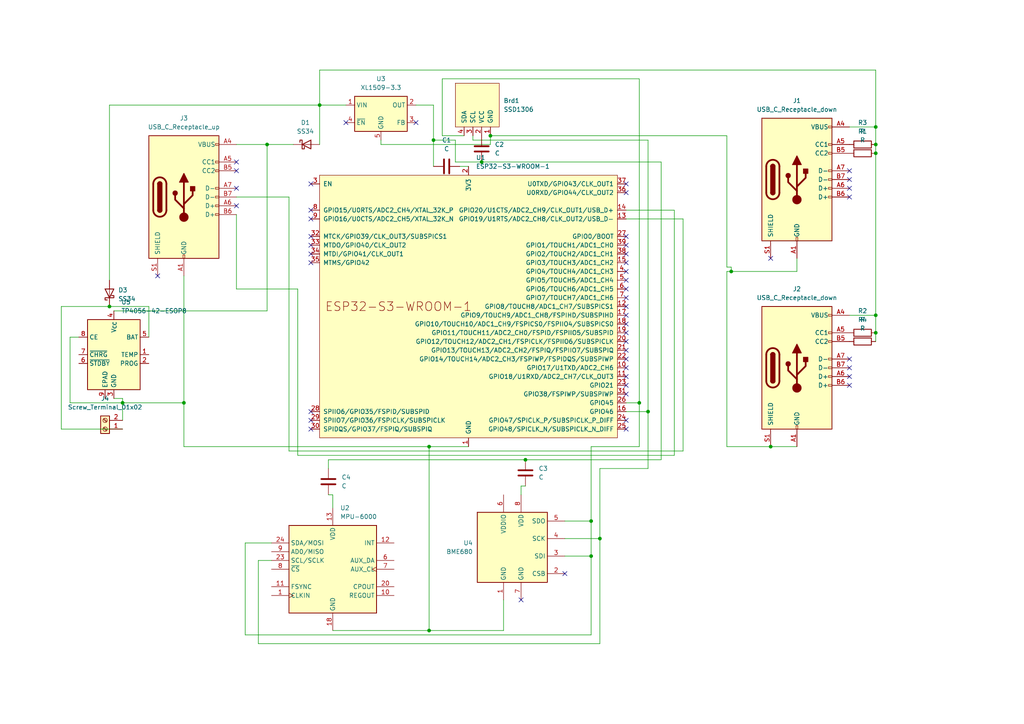
<source format=kicad_sch>
(kicad_sch
	(version 20250114)
	(generator "eeschema")
	(generator_version "9.0")
	(uuid "7421c44c-a6de-4325-a2bb-af18ee09149e")
	(paper "A4")
	(lib_symbols
		(symbol "Battery_Management:TP4056-42-ESOP8"
			(exclude_from_sim no)
			(in_bom yes)
			(on_board yes)
			(property "Reference" "U"
				(at -6.604 11.684 0)
				(effects
					(font
						(size 1.27 1.27)
					)
				)
			)
			(property "Value" "TP4056-42-ESOP8"
				(at 10.16 11.684 0)
				(effects
					(font
						(size 1.27 1.27)
					)
				)
			)
			(property "Footprint" "Package_SO:SOIC-8-1EP_3.9x4.9mm_P1.27mm_EP2.41x3.3mm_ThermalVias"
				(at 0.508 -22.86 0)
				(effects
					(font
						(size 1.27 1.27)
					)
					(hide yes)
				)
			)
			(property "Datasheet" "https://www.lcsc.com/datasheet/lcsc_datasheet_2410121619_TOPPOWER-Nanjing-Extension-Microelectronics-TP4056-42-ESOP8_C16581.pdf"
				(at 0 -25.4 0)
				(effects
					(font
						(size 1.27 1.27)
					)
					(hide yes)
				)
			)
			(property "Description" "1A Standalone Linear Li-ion/LiPo single-cell battery charger, 4.2V ±1% charge voltage, VCC = 4.0..8.0V, SOIC-8 (SOP-8)"
				(at 0.508 -20.32 0)
				(effects
					(font
						(size 1.27 1.27)
					)
					(hide yes)
				)
			)
			(property "ki_keywords" "lithium-ion lithium-polymer Li-Poly"
				(at 0 0 0)
				(effects
					(font
						(size 1.27 1.27)
					)
					(hide yes)
				)
			)
			(property "ki_fp_filters" "*SO*3.9x4.*P1.27mm*EP2.4*x3.3*mm*"
				(at 0 0 0)
				(effects
					(font
						(size 1.27 1.27)
					)
					(hide yes)
				)
			)
			(symbol "TP4056-42-ESOP8_1_0"
				(pin input line
					(at -10.16 5.08 0)
					(length 2.54)
					(name "CE"
						(effects
							(font
								(size 1.27 1.27)
							)
						)
					)
					(number "8"
						(effects
							(font
								(size 1.27 1.27)
							)
						)
					)
				)
				(pin open_collector line
					(at -10.16 0 0)
					(length 2.54)
					(name "~{CHRG}"
						(effects
							(font
								(size 1.27 1.27)
							)
						)
					)
					(number "7"
						(effects
							(font
								(size 1.27 1.27)
							)
						)
					)
				)
				(pin open_collector line
					(at -10.16 -2.54 0)
					(length 2.54)
					(name "~{STDBY}"
						(effects
							(font
								(size 1.27 1.27)
							)
						)
					)
					(number "6"
						(effects
							(font
								(size 1.27 1.27)
							)
						)
					)
				)
				(pin passive line
					(at -2.54 -12.7 90)
					(length 2.54)
					(name "EPAD"
						(effects
							(font
								(size 1.27 1.27)
							)
						)
					)
					(number "9"
						(effects
							(font
								(size 1.27 1.27)
							)
						)
					)
				)
				(pin power_in line
					(at 0 12.7 270)
					(length 2.54)
					(name "V_{CC}"
						(effects
							(font
								(size 1.27 1.27)
							)
						)
					)
					(number "4"
						(effects
							(font
								(size 1.27 1.27)
							)
						)
					)
				)
				(pin power_in line
					(at 0 -12.7 90)
					(length 2.54)
					(name "GND"
						(effects
							(font
								(size 1.27 1.27)
							)
						)
					)
					(number "3"
						(effects
							(font
								(size 1.27 1.27)
							)
						)
					)
				)
				(pin power_out line
					(at 10.16 5.08 180)
					(length 2.54)
					(name "BAT"
						(effects
							(font
								(size 1.27 1.27)
							)
						)
					)
					(number "5"
						(effects
							(font
								(size 1.27 1.27)
							)
						)
					)
				)
				(pin input line
					(at 10.16 0 180)
					(length 2.54)
					(name "TEMP"
						(effects
							(font
								(size 1.27 1.27)
							)
						)
					)
					(number "1"
						(effects
							(font
								(size 1.27 1.27)
							)
						)
					)
				)
				(pin passive line
					(at 10.16 -2.54 180)
					(length 2.54)
					(name "PROG"
						(effects
							(font
								(size 1.27 1.27)
							)
						)
					)
					(number "2"
						(effects
							(font
								(size 1.27 1.27)
							)
						)
					)
				)
			)
			(symbol "TP4056-42-ESOP8_1_1"
				(rectangle
					(start -7.62 10.16)
					(end 7.62 -10.16)
					(stroke
						(width 0.254)
						(type default)
					)
					(fill
						(type background)
					)
				)
			)
			(embedded_fonts no)
		)
		(symbol "Connector:Screw_Terminal_01x02"
			(pin_names
				(offset 1.016)
				(hide yes)
			)
			(exclude_from_sim no)
			(in_bom yes)
			(on_board yes)
			(property "Reference" "J"
				(at 0 2.54 0)
				(effects
					(font
						(size 1.27 1.27)
					)
				)
			)
			(property "Value" "Screw_Terminal_01x02"
				(at 0 -5.08 0)
				(effects
					(font
						(size 1.27 1.27)
					)
				)
			)
			(property "Footprint" ""
				(at 0 0 0)
				(effects
					(font
						(size 1.27 1.27)
					)
					(hide yes)
				)
			)
			(property "Datasheet" "~"
				(at 0 0 0)
				(effects
					(font
						(size 1.27 1.27)
					)
					(hide yes)
				)
			)
			(property "Description" "Generic screw terminal, single row, 01x02, script generated (kicad-library-utils/schlib/autogen/connector/)"
				(at 0 0 0)
				(effects
					(font
						(size 1.27 1.27)
					)
					(hide yes)
				)
			)
			(property "ki_keywords" "screw terminal"
				(at 0 0 0)
				(effects
					(font
						(size 1.27 1.27)
					)
					(hide yes)
				)
			)
			(property "ki_fp_filters" "TerminalBlock*:*"
				(at 0 0 0)
				(effects
					(font
						(size 1.27 1.27)
					)
					(hide yes)
				)
			)
			(symbol "Screw_Terminal_01x02_1_1"
				(rectangle
					(start -1.27 1.27)
					(end 1.27 -3.81)
					(stroke
						(width 0.254)
						(type default)
					)
					(fill
						(type background)
					)
				)
				(polyline
					(pts
						(xy -0.5334 0.3302) (xy 0.3302 -0.508)
					)
					(stroke
						(width 0.1524)
						(type default)
					)
					(fill
						(type none)
					)
				)
				(polyline
					(pts
						(xy -0.5334 -2.2098) (xy 0.3302 -3.048)
					)
					(stroke
						(width 0.1524)
						(type default)
					)
					(fill
						(type none)
					)
				)
				(polyline
					(pts
						(xy -0.3556 0.508) (xy 0.508 -0.3302)
					)
					(stroke
						(width 0.1524)
						(type default)
					)
					(fill
						(type none)
					)
				)
				(polyline
					(pts
						(xy -0.3556 -2.032) (xy 0.508 -2.8702)
					)
					(stroke
						(width 0.1524)
						(type default)
					)
					(fill
						(type none)
					)
				)
				(circle
					(center 0 0)
					(radius 0.635)
					(stroke
						(width 0.1524)
						(type default)
					)
					(fill
						(type none)
					)
				)
				(circle
					(center 0 -2.54)
					(radius 0.635)
					(stroke
						(width 0.1524)
						(type default)
					)
					(fill
						(type none)
					)
				)
				(pin passive line
					(at -5.08 0 0)
					(length 3.81)
					(name "Pin_1"
						(effects
							(font
								(size 1.27 1.27)
							)
						)
					)
					(number "1"
						(effects
							(font
								(size 1.27 1.27)
							)
						)
					)
				)
				(pin passive line
					(at -5.08 -2.54 0)
					(length 3.81)
					(name "Pin_2"
						(effects
							(font
								(size 1.27 1.27)
							)
						)
					)
					(number "2"
						(effects
							(font
								(size 1.27 1.27)
							)
						)
					)
				)
			)
			(embedded_fonts no)
		)
		(symbol "Connector:USB_C_Receptacle_USB2.0_14P"
			(pin_names
				(offset 1.016)
			)
			(exclude_from_sim no)
			(in_bom yes)
			(on_board yes)
			(property "Reference" "J"
				(at 0 22.225 0)
				(effects
					(font
						(size 1.27 1.27)
					)
				)
			)
			(property "Value" "USB_C_Receptacle_USB2.0_14P"
				(at 0 19.685 0)
				(effects
					(font
						(size 1.27 1.27)
					)
				)
			)
			(property "Footprint" ""
				(at 3.81 0 0)
				(effects
					(font
						(size 1.27 1.27)
					)
					(hide yes)
				)
			)
			(property "Datasheet" "https://www.usb.org/sites/default/files/documents/usb_type-c.zip"
				(at 3.81 0 0)
				(effects
					(font
						(size 1.27 1.27)
					)
					(hide yes)
				)
			)
			(property "Description" "USB 2.0-only 14P Type-C Receptacle connector"
				(at 0 0 0)
				(effects
					(font
						(size 1.27 1.27)
					)
					(hide yes)
				)
			)
			(property "ki_keywords" "usb universal serial bus type-C USB2.0"
				(at 0 0 0)
				(effects
					(font
						(size 1.27 1.27)
					)
					(hide yes)
				)
			)
			(property "ki_fp_filters" "USB*C*Receptacle*"
				(at 0 0 0)
				(effects
					(font
						(size 1.27 1.27)
					)
					(hide yes)
				)
			)
			(symbol "USB_C_Receptacle_USB2.0_14P_0_0"
				(rectangle
					(start -0.254 -17.78)
					(end 0.254 -16.764)
					(stroke
						(width 0)
						(type default)
					)
					(fill
						(type none)
					)
				)
				(rectangle
					(start 10.16 15.494)
					(end 9.144 14.986)
					(stroke
						(width 0)
						(type default)
					)
					(fill
						(type none)
					)
				)
				(rectangle
					(start 10.16 10.414)
					(end 9.144 9.906)
					(stroke
						(width 0)
						(type default)
					)
					(fill
						(type none)
					)
				)
				(rectangle
					(start 10.16 7.874)
					(end 9.144 7.366)
					(stroke
						(width 0)
						(type default)
					)
					(fill
						(type none)
					)
				)
				(rectangle
					(start 10.16 2.794)
					(end 9.144 2.286)
					(stroke
						(width 0)
						(type default)
					)
					(fill
						(type none)
					)
				)
				(rectangle
					(start 10.16 0.254)
					(end 9.144 -0.254)
					(stroke
						(width 0)
						(type default)
					)
					(fill
						(type none)
					)
				)
				(rectangle
					(start 10.16 -2.286)
					(end 9.144 -2.794)
					(stroke
						(width 0)
						(type default)
					)
					(fill
						(type none)
					)
				)
				(rectangle
					(start 10.16 -4.826)
					(end 9.144 -5.334)
					(stroke
						(width 0)
						(type default)
					)
					(fill
						(type none)
					)
				)
			)
			(symbol "USB_C_Receptacle_USB2.0_14P_0_1"
				(rectangle
					(start -10.16 17.78)
					(end 10.16 -17.78)
					(stroke
						(width 0.254)
						(type default)
					)
					(fill
						(type background)
					)
				)
				(polyline
					(pts
						(xy -8.89 -3.81) (xy -8.89 3.81)
					)
					(stroke
						(width 0.508)
						(type default)
					)
					(fill
						(type none)
					)
				)
				(rectangle
					(start -7.62 -3.81)
					(end -6.35 3.81)
					(stroke
						(width 0.254)
						(type default)
					)
					(fill
						(type outline)
					)
				)
				(arc
					(start -7.62 3.81)
					(mid -6.985 4.4423)
					(end -6.35 3.81)
					(stroke
						(width 0.254)
						(type default)
					)
					(fill
						(type none)
					)
				)
				(arc
					(start -7.62 3.81)
					(mid -6.985 4.4423)
					(end -6.35 3.81)
					(stroke
						(width 0.254)
						(type default)
					)
					(fill
						(type outline)
					)
				)
				(arc
					(start -8.89 3.81)
					(mid -6.985 5.7067)
					(end -5.08 3.81)
					(stroke
						(width 0.508)
						(type default)
					)
					(fill
						(type none)
					)
				)
				(arc
					(start -5.08 -3.81)
					(mid -6.985 -5.7067)
					(end -8.89 -3.81)
					(stroke
						(width 0.508)
						(type default)
					)
					(fill
						(type none)
					)
				)
				(arc
					(start -6.35 -3.81)
					(mid -6.985 -4.4423)
					(end -7.62 -3.81)
					(stroke
						(width 0.254)
						(type default)
					)
					(fill
						(type none)
					)
				)
				(arc
					(start -6.35 -3.81)
					(mid -6.985 -4.4423)
					(end -7.62 -3.81)
					(stroke
						(width 0.254)
						(type default)
					)
					(fill
						(type outline)
					)
				)
				(polyline
					(pts
						(xy -5.08 3.81) (xy -5.08 -3.81)
					)
					(stroke
						(width 0.508)
						(type default)
					)
					(fill
						(type none)
					)
				)
				(circle
					(center -2.54 1.143)
					(radius 0.635)
					(stroke
						(width 0.254)
						(type default)
					)
					(fill
						(type outline)
					)
				)
				(polyline
					(pts
						(xy -1.27 4.318) (xy 0 6.858) (xy 1.27 4.318) (xy -1.27 4.318)
					)
					(stroke
						(width 0.254)
						(type default)
					)
					(fill
						(type outline)
					)
				)
				(polyline
					(pts
						(xy 0 -2.032) (xy 2.54 0.508) (xy 2.54 1.778)
					)
					(stroke
						(width 0.508)
						(type default)
					)
					(fill
						(type none)
					)
				)
				(polyline
					(pts
						(xy 0 -3.302) (xy -2.54 -0.762) (xy -2.54 0.508)
					)
					(stroke
						(width 0.508)
						(type default)
					)
					(fill
						(type none)
					)
				)
				(polyline
					(pts
						(xy 0 -5.842) (xy 0 4.318)
					)
					(stroke
						(width 0.508)
						(type default)
					)
					(fill
						(type none)
					)
				)
				(circle
					(center 0 -5.842)
					(radius 1.27)
					(stroke
						(width 0)
						(type default)
					)
					(fill
						(type outline)
					)
				)
				(rectangle
					(start 1.905 1.778)
					(end 3.175 3.048)
					(stroke
						(width 0.254)
						(type default)
					)
					(fill
						(type outline)
					)
				)
			)
			(symbol "USB_C_Receptacle_USB2.0_14P_1_1"
				(pin passive line
					(at -7.62 -22.86 90)
					(length 5.08)
					(name "SHIELD"
						(effects
							(font
								(size 1.27 1.27)
							)
						)
					)
					(number "S1"
						(effects
							(font
								(size 1.27 1.27)
							)
						)
					)
				)
				(pin passive line
					(at 0 -22.86 90)
					(length 5.08)
					(name "GND"
						(effects
							(font
								(size 1.27 1.27)
							)
						)
					)
					(number "A1"
						(effects
							(font
								(size 1.27 1.27)
							)
						)
					)
				)
				(pin passive line
					(at 0 -22.86 90)
					(length 5.08)
					(hide yes)
					(name "GND"
						(effects
							(font
								(size 1.27 1.27)
							)
						)
					)
					(number "A12"
						(effects
							(font
								(size 1.27 1.27)
							)
						)
					)
				)
				(pin passive line
					(at 0 -22.86 90)
					(length 5.08)
					(hide yes)
					(name "GND"
						(effects
							(font
								(size 1.27 1.27)
							)
						)
					)
					(number "B1"
						(effects
							(font
								(size 1.27 1.27)
							)
						)
					)
				)
				(pin passive line
					(at 0 -22.86 90)
					(length 5.08)
					(hide yes)
					(name "GND"
						(effects
							(font
								(size 1.27 1.27)
							)
						)
					)
					(number "B12"
						(effects
							(font
								(size 1.27 1.27)
							)
						)
					)
				)
				(pin passive line
					(at 15.24 15.24 180)
					(length 5.08)
					(name "VBUS"
						(effects
							(font
								(size 1.27 1.27)
							)
						)
					)
					(number "A4"
						(effects
							(font
								(size 1.27 1.27)
							)
						)
					)
				)
				(pin passive line
					(at 15.24 15.24 180)
					(length 5.08)
					(hide yes)
					(name "VBUS"
						(effects
							(font
								(size 1.27 1.27)
							)
						)
					)
					(number "A9"
						(effects
							(font
								(size 1.27 1.27)
							)
						)
					)
				)
				(pin passive line
					(at 15.24 15.24 180)
					(length 5.08)
					(hide yes)
					(name "VBUS"
						(effects
							(font
								(size 1.27 1.27)
							)
						)
					)
					(number "B4"
						(effects
							(font
								(size 1.27 1.27)
							)
						)
					)
				)
				(pin passive line
					(at 15.24 15.24 180)
					(length 5.08)
					(hide yes)
					(name "VBUS"
						(effects
							(font
								(size 1.27 1.27)
							)
						)
					)
					(number "B9"
						(effects
							(font
								(size 1.27 1.27)
							)
						)
					)
				)
				(pin bidirectional line
					(at 15.24 10.16 180)
					(length 5.08)
					(name "CC1"
						(effects
							(font
								(size 1.27 1.27)
							)
						)
					)
					(number "A5"
						(effects
							(font
								(size 1.27 1.27)
							)
						)
					)
				)
				(pin bidirectional line
					(at 15.24 7.62 180)
					(length 5.08)
					(name "CC2"
						(effects
							(font
								(size 1.27 1.27)
							)
						)
					)
					(number "B5"
						(effects
							(font
								(size 1.27 1.27)
							)
						)
					)
				)
				(pin bidirectional line
					(at 15.24 2.54 180)
					(length 5.08)
					(name "D-"
						(effects
							(font
								(size 1.27 1.27)
							)
						)
					)
					(number "A7"
						(effects
							(font
								(size 1.27 1.27)
							)
						)
					)
				)
				(pin bidirectional line
					(at 15.24 0 180)
					(length 5.08)
					(name "D-"
						(effects
							(font
								(size 1.27 1.27)
							)
						)
					)
					(number "B7"
						(effects
							(font
								(size 1.27 1.27)
							)
						)
					)
				)
				(pin bidirectional line
					(at 15.24 -2.54 180)
					(length 5.08)
					(name "D+"
						(effects
							(font
								(size 1.27 1.27)
							)
						)
					)
					(number "A6"
						(effects
							(font
								(size 1.27 1.27)
							)
						)
					)
				)
				(pin bidirectional line
					(at 15.24 -5.08 180)
					(length 5.08)
					(name "D+"
						(effects
							(font
								(size 1.27 1.27)
							)
						)
					)
					(number "B6"
						(effects
							(font
								(size 1.27 1.27)
							)
						)
					)
				)
			)
			(embedded_fonts no)
		)
		(symbol "Device:C"
			(pin_numbers
				(hide yes)
			)
			(pin_names
				(offset 0.254)
			)
			(exclude_from_sim no)
			(in_bom yes)
			(on_board yes)
			(property "Reference" "C"
				(at 0.635 2.54 0)
				(effects
					(font
						(size 1.27 1.27)
					)
					(justify left)
				)
			)
			(property "Value" "C"
				(at 0.635 -2.54 0)
				(effects
					(font
						(size 1.27 1.27)
					)
					(justify left)
				)
			)
			(property "Footprint" ""
				(at 0.9652 -3.81 0)
				(effects
					(font
						(size 1.27 1.27)
					)
					(hide yes)
				)
			)
			(property "Datasheet" "~"
				(at 0 0 0)
				(effects
					(font
						(size 1.27 1.27)
					)
					(hide yes)
				)
			)
			(property "Description" "Unpolarized capacitor"
				(at 0 0 0)
				(effects
					(font
						(size 1.27 1.27)
					)
					(hide yes)
				)
			)
			(property "ki_keywords" "cap capacitor"
				(at 0 0 0)
				(effects
					(font
						(size 1.27 1.27)
					)
					(hide yes)
				)
			)
			(property "ki_fp_filters" "C_*"
				(at 0 0 0)
				(effects
					(font
						(size 1.27 1.27)
					)
					(hide yes)
				)
			)
			(symbol "C_0_1"
				(polyline
					(pts
						(xy -2.032 0.762) (xy 2.032 0.762)
					)
					(stroke
						(width 0.508)
						(type default)
					)
					(fill
						(type none)
					)
				)
				(polyline
					(pts
						(xy -2.032 -0.762) (xy 2.032 -0.762)
					)
					(stroke
						(width 0.508)
						(type default)
					)
					(fill
						(type none)
					)
				)
			)
			(symbol "C_1_1"
				(pin passive line
					(at 0 3.81 270)
					(length 2.794)
					(name "~"
						(effects
							(font
								(size 1.27 1.27)
							)
						)
					)
					(number "1"
						(effects
							(font
								(size 1.27 1.27)
							)
						)
					)
				)
				(pin passive line
					(at 0 -3.81 90)
					(length 2.794)
					(name "~"
						(effects
							(font
								(size 1.27 1.27)
							)
						)
					)
					(number "2"
						(effects
							(font
								(size 1.27 1.27)
							)
						)
					)
				)
			)
			(embedded_fonts no)
		)
		(symbol "Device:R"
			(pin_numbers
				(hide yes)
			)
			(pin_names
				(offset 0)
			)
			(exclude_from_sim no)
			(in_bom yes)
			(on_board yes)
			(property "Reference" "R"
				(at 2.032 0 90)
				(effects
					(font
						(size 1.27 1.27)
					)
				)
			)
			(property "Value" "R"
				(at 0 0 90)
				(effects
					(font
						(size 1.27 1.27)
					)
				)
			)
			(property "Footprint" ""
				(at -1.778 0 90)
				(effects
					(font
						(size 1.27 1.27)
					)
					(hide yes)
				)
			)
			(property "Datasheet" "~"
				(at 0 0 0)
				(effects
					(font
						(size 1.27 1.27)
					)
					(hide yes)
				)
			)
			(property "Description" "Resistor"
				(at 0 0 0)
				(effects
					(font
						(size 1.27 1.27)
					)
					(hide yes)
				)
			)
			(property "ki_keywords" "R res resistor"
				(at 0 0 0)
				(effects
					(font
						(size 1.27 1.27)
					)
					(hide yes)
				)
			)
			(property "ki_fp_filters" "R_*"
				(at 0 0 0)
				(effects
					(font
						(size 1.27 1.27)
					)
					(hide yes)
				)
			)
			(symbol "R_0_1"
				(rectangle
					(start -1.016 -2.54)
					(end 1.016 2.54)
					(stroke
						(width 0.254)
						(type default)
					)
					(fill
						(type none)
					)
				)
			)
			(symbol "R_1_1"
				(pin passive line
					(at 0 3.81 270)
					(length 1.27)
					(name "~"
						(effects
							(font
								(size 1.27 1.27)
							)
						)
					)
					(number "1"
						(effects
							(font
								(size 1.27 1.27)
							)
						)
					)
				)
				(pin passive line
					(at 0 -3.81 90)
					(length 1.27)
					(name "~"
						(effects
							(font
								(size 1.27 1.27)
							)
						)
					)
					(number "2"
						(effects
							(font
								(size 1.27 1.27)
							)
						)
					)
				)
			)
			(embedded_fonts no)
		)
		(symbol "Diode:SS34"
			(pin_numbers
				(hide yes)
			)
			(pin_names
				(offset 1.016)
				(hide yes)
			)
			(exclude_from_sim no)
			(in_bom yes)
			(on_board yes)
			(property "Reference" "D"
				(at 0 2.54 0)
				(effects
					(font
						(size 1.27 1.27)
					)
				)
			)
			(property "Value" "SS34"
				(at 0 -2.54 0)
				(effects
					(font
						(size 1.27 1.27)
					)
				)
			)
			(property "Footprint" "Diode_SMD:D_SMA"
				(at 0 -4.445 0)
				(effects
					(font
						(size 1.27 1.27)
					)
					(hide yes)
				)
			)
			(property "Datasheet" "https://www.vishay.com/docs/88751/ss32.pdf"
				(at 0 0 0)
				(effects
					(font
						(size 1.27 1.27)
					)
					(hide yes)
				)
			)
			(property "Description" "40V 3A Schottky Diode, SMA"
				(at 0 0 0)
				(effects
					(font
						(size 1.27 1.27)
					)
					(hide yes)
				)
			)
			(property "ki_keywords" "diode Schottky"
				(at 0 0 0)
				(effects
					(font
						(size 1.27 1.27)
					)
					(hide yes)
				)
			)
			(property "ki_fp_filters" "D*SMA*"
				(at 0 0 0)
				(effects
					(font
						(size 1.27 1.27)
					)
					(hide yes)
				)
			)
			(symbol "SS34_0_1"
				(polyline
					(pts
						(xy -1.905 0.635) (xy -1.905 1.27) (xy -1.27 1.27) (xy -1.27 -1.27) (xy -0.635 -1.27) (xy -0.635 -0.635)
					)
					(stroke
						(width 0.254)
						(type default)
					)
					(fill
						(type none)
					)
				)
				(polyline
					(pts
						(xy 1.27 1.27) (xy 1.27 -1.27) (xy -1.27 0) (xy 1.27 1.27)
					)
					(stroke
						(width 0.254)
						(type default)
					)
					(fill
						(type none)
					)
				)
				(polyline
					(pts
						(xy 1.27 0) (xy -1.27 0)
					)
					(stroke
						(width 0)
						(type default)
					)
					(fill
						(type none)
					)
				)
			)
			(symbol "SS34_1_1"
				(pin passive line
					(at -3.81 0 0)
					(length 2.54)
					(name "K"
						(effects
							(font
								(size 1.27 1.27)
							)
						)
					)
					(number "1"
						(effects
							(font
								(size 1.27 1.27)
							)
						)
					)
				)
				(pin passive line
					(at 3.81 0 180)
					(length 2.54)
					(name "A"
						(effects
							(font
								(size 1.27 1.27)
							)
						)
					)
					(number "2"
						(effects
							(font
								(size 1.27 1.27)
							)
						)
					)
				)
			)
			(embedded_fonts no)
		)
		(symbol "Espressif:ESP32-S3-WROOM-1"
			(pin_names
				(offset 1.016)
			)
			(exclude_from_sim no)
			(in_bom yes)
			(on_board yes)
			(property "Reference" "U"
				(at -43.18 43.18 0)
				(effects
					(font
						(size 1.27 1.27)
					)
					(justify left)
				)
			)
			(property "Value" "ESP32-S3-WROOM-1"
				(at -43.18 40.64 0)
				(effects
					(font
						(size 1.27 1.27)
					)
					(justify left)
				)
			)
			(property "Footprint" "PCM_Espressif:ESP32-S3-WROOM-1"
				(at 2.54 -48.26 0)
				(effects
					(font
						(size 1.27 1.27)
					)
					(hide yes)
				)
			)
			(property "Datasheet" "https://www.espressif.com/sites/default/files/documentation/esp32-s3-wroom-1_wroom-1u_datasheet_en.pdf"
				(at 2.54 -50.8 0)
				(effects
					(font
						(size 1.27 1.27)
					)
					(hide yes)
				)
			)
			(property "Description" "2.4 GHz WiFi (802.11 b/g/n) and Bluetooth ® 5 (LE) module Built around ESP32S3 series of SoCs, Xtensa ® dualcore 32bit LX7 microprocessor Flash up to 16 MB, PSRAM up to 8 MB 36 GPIOs, rich set of peripherals Onboard PCB antenna"
				(at 0 0 0)
				(effects
					(font
						(size 1.27 1.27)
					)
					(hide yes)
				)
			)
			(symbol "ESP32-S3-WROOM-1_0_0"
				(text "ESP32-S3-WROOM-1"
					(at -20.32 0 0)
					(effects
						(font
							(size 2.54 2.54)
						)
					)
				)
				(pin input line
					(at -45.72 35.56 0)
					(length 2.54)
					(name "EN"
						(effects
							(font
								(size 1.27 1.27)
							)
						)
					)
					(number "3"
						(effects
							(font
								(size 1.27 1.27)
							)
						)
					)
				)
				(pin bidirectional line
					(at -45.72 27.94 0)
					(length 2.54)
					(name "GPIO15/U0RTS/ADC2_CH4/XTAL_32K_P"
						(effects
							(font
								(size 1.27 1.27)
							)
						)
					)
					(number "8"
						(effects
							(font
								(size 1.27 1.27)
							)
						)
					)
				)
				(pin bidirectional line
					(at -45.72 25.4 0)
					(length 2.54)
					(name "GPIO16/U0CTS/ADC2_CH5/XTAL_32K_N"
						(effects
							(font
								(size 1.27 1.27)
							)
						)
					)
					(number "9"
						(effects
							(font
								(size 1.27 1.27)
							)
						)
					)
				)
				(pin bidirectional line
					(at -45.72 20.32 0)
					(length 2.54)
					(name "MTCK/GPIO39/CLK_OUT3/SUBSPICS1"
						(effects
							(font
								(size 1.27 1.27)
							)
						)
					)
					(number "32"
						(effects
							(font
								(size 1.27 1.27)
							)
						)
					)
				)
				(pin bidirectional line
					(at -45.72 17.78 0)
					(length 2.54)
					(name "MTDO/GPIO40/CLK_OUT2"
						(effects
							(font
								(size 1.27 1.27)
							)
						)
					)
					(number "33"
						(effects
							(font
								(size 1.27 1.27)
							)
						)
					)
				)
				(pin bidirectional line
					(at -45.72 15.24 0)
					(length 2.54)
					(name "MTDI/GPIO41/CLK_OUT1"
						(effects
							(font
								(size 1.27 1.27)
							)
						)
					)
					(number "34"
						(effects
							(font
								(size 1.27 1.27)
							)
						)
					)
				)
				(pin bidirectional line
					(at -45.72 12.7 0)
					(length 2.54)
					(name "MTMS/GPIO42"
						(effects
							(font
								(size 1.27 1.27)
							)
						)
					)
					(number "35"
						(effects
							(font
								(size 1.27 1.27)
							)
						)
					)
				)
				(pin bidirectional line
					(at -45.72 -30.48 0)
					(length 2.54)
					(name "SPIIO6/GPIO35/FSPID/SUBSPID"
						(effects
							(font
								(size 1.27 1.27)
							)
						)
					)
					(number "28"
						(effects
							(font
								(size 1.27 1.27)
							)
						)
					)
				)
				(pin bidirectional line
					(at -45.72 -33.02 0)
					(length 2.54)
					(name "SPIIO7/GPIO36/FSPICLK/SUBSPICLK"
						(effects
							(font
								(size 1.27 1.27)
							)
						)
					)
					(number "29"
						(effects
							(font
								(size 1.27 1.27)
							)
						)
					)
				)
				(pin bidirectional line
					(at -45.72 -35.56 0)
					(length 2.54)
					(name "SPIDQS/GPIO37/FSPIQ/SUBSPIQ"
						(effects
							(font
								(size 1.27 1.27)
							)
						)
					)
					(number "30"
						(effects
							(font
								(size 1.27 1.27)
							)
						)
					)
				)
				(pin power_in line
					(at 0 40.64 270)
					(length 2.54)
					(name "3V3"
						(effects
							(font
								(size 1.27 1.27)
							)
						)
					)
					(number "2"
						(effects
							(font
								(size 1.27 1.27)
							)
						)
					)
				)
				(pin power_in line
					(at 0 -40.64 90)
					(length 2.54)
					(name "GND"
						(effects
							(font
								(size 1.27 1.27)
							)
						)
					)
					(number "1"
						(effects
							(font
								(size 1.27 1.27)
							)
						)
					)
				)
				(pin passive line
					(at 0 -40.64 90)
					(length 2.54)
					(hide yes)
					(name "GND"
						(effects
							(font
								(size 1.27 1.27)
							)
						)
					)
					(number "40"
						(effects
							(font
								(size 1.27 1.27)
							)
						)
					)
				)
				(pin passive line
					(at 0 -40.64 90)
					(length 2.54)
					(hide yes)
					(name "GND"
						(effects
							(font
								(size 1.27 1.27)
							)
						)
					)
					(number "41"
						(effects
							(font
								(size 1.27 1.27)
							)
						)
					)
				)
				(pin bidirectional line
					(at 45.72 35.56 180)
					(length 2.54)
					(name "U0TXD/GPIO43/CLK_OUT1"
						(effects
							(font
								(size 1.27 1.27)
							)
						)
					)
					(number "37"
						(effects
							(font
								(size 1.27 1.27)
							)
						)
					)
				)
				(pin bidirectional line
					(at 45.72 33.02 180)
					(length 2.54)
					(name "U0RXD/GPIO44/CLK_OUT2"
						(effects
							(font
								(size 1.27 1.27)
							)
						)
					)
					(number "36"
						(effects
							(font
								(size 1.27 1.27)
							)
						)
					)
				)
				(pin bidirectional line
					(at 45.72 27.94 180)
					(length 2.54)
					(name "GPIO20/U1CTS/ADC2_CH9/CLK_OUT1/USB_D+"
						(effects
							(font
								(size 1.27 1.27)
							)
						)
					)
					(number "14"
						(effects
							(font
								(size 1.27 1.27)
							)
						)
					)
				)
				(pin bidirectional line
					(at 45.72 25.4 180)
					(length 2.54)
					(name "GPIO19/U1RTS/ADC2_CH8/CLK_OUT2/USB_D-"
						(effects
							(font
								(size 1.27 1.27)
							)
						)
					)
					(number "13"
						(effects
							(font
								(size 1.27 1.27)
							)
						)
					)
				)
				(pin bidirectional line
					(at 45.72 20.32 180)
					(length 2.54)
					(name "GPIO0/BOOT"
						(effects
							(font
								(size 1.27 1.27)
							)
						)
					)
					(number "27"
						(effects
							(font
								(size 1.27 1.27)
							)
						)
					)
				)
				(pin bidirectional line
					(at 45.72 17.78 180)
					(length 2.54)
					(name "GPIO1/TOUCH1/ADC1_CH0"
						(effects
							(font
								(size 1.27 1.27)
							)
						)
					)
					(number "39"
						(effects
							(font
								(size 1.27 1.27)
							)
						)
					)
				)
				(pin bidirectional line
					(at 45.72 15.24 180)
					(length 2.54)
					(name "GPIO2/TOUCH2/ADC1_CH1"
						(effects
							(font
								(size 1.27 1.27)
							)
						)
					)
					(number "38"
						(effects
							(font
								(size 1.27 1.27)
							)
						)
					)
				)
				(pin bidirectional line
					(at 45.72 12.7 180)
					(length 2.54)
					(name "GPIO3/TOUCH3/ADC1_CH2"
						(effects
							(font
								(size 1.27 1.27)
							)
						)
					)
					(number "15"
						(effects
							(font
								(size 1.27 1.27)
							)
						)
					)
				)
				(pin bidirectional line
					(at 45.72 10.16 180)
					(length 2.54)
					(name "GPIO4/TOUCH4/ADC1_CH3"
						(effects
							(font
								(size 1.27 1.27)
							)
						)
					)
					(number "4"
						(effects
							(font
								(size 1.27 1.27)
							)
						)
					)
				)
				(pin bidirectional line
					(at 45.72 7.62 180)
					(length 2.54)
					(name "GPIO5/TOUCH5/ADC1_CH4"
						(effects
							(font
								(size 1.27 1.27)
							)
						)
					)
					(number "5"
						(effects
							(font
								(size 1.27 1.27)
							)
						)
					)
				)
				(pin bidirectional line
					(at 45.72 5.08 180)
					(length 2.54)
					(name "GPIO6/TOUCH6/ADC1_CH5"
						(effects
							(font
								(size 1.27 1.27)
							)
						)
					)
					(number "6"
						(effects
							(font
								(size 1.27 1.27)
							)
						)
					)
				)
				(pin bidirectional line
					(at 45.72 2.54 180)
					(length 2.54)
					(name "GPIO7/TOUCH7/ADC1_CH6"
						(effects
							(font
								(size 1.27 1.27)
							)
						)
					)
					(number "7"
						(effects
							(font
								(size 1.27 1.27)
							)
						)
					)
				)
				(pin bidirectional line
					(at 45.72 0 180)
					(length 2.54)
					(name "GPIO8/TOUCH8/ADC1_CH7/SUBSPICS1"
						(effects
							(font
								(size 1.27 1.27)
							)
						)
					)
					(number "12"
						(effects
							(font
								(size 1.27 1.27)
							)
						)
					)
				)
				(pin bidirectional line
					(at 45.72 -2.54 180)
					(length 2.54)
					(name "GPIO9/TOUCH9/ADC1_CH8/FSPIHD/SUBSPIHD"
						(effects
							(font
								(size 1.27 1.27)
							)
						)
					)
					(number "17"
						(effects
							(font
								(size 1.27 1.27)
							)
						)
					)
				)
				(pin bidirectional line
					(at 45.72 -5.08 180)
					(length 2.54)
					(name "GPIO10/TOUCH10/ADC1_CH9/FSPICS0/FSPIIO4/SUBSPICS0"
						(effects
							(font
								(size 1.27 1.27)
							)
						)
					)
					(number "18"
						(effects
							(font
								(size 1.27 1.27)
							)
						)
					)
				)
				(pin bidirectional line
					(at 45.72 -7.62 180)
					(length 2.54)
					(name "GPIO11/TOUCH11/ADC2_CH0/FSPID/FSPIIO5/SUBSPID"
						(effects
							(font
								(size 1.27 1.27)
							)
						)
					)
					(number "19"
						(effects
							(font
								(size 1.27 1.27)
							)
						)
					)
				)
				(pin bidirectional line
					(at 45.72 -10.16 180)
					(length 2.54)
					(name "GPIO12/TOUCH12/ADC2_CH1/FSPICLK/FSPIIO6/SUBSPICLK"
						(effects
							(font
								(size 1.27 1.27)
							)
						)
					)
					(number "20"
						(effects
							(font
								(size 1.27 1.27)
							)
						)
					)
				)
				(pin bidirectional line
					(at 45.72 -12.7 180)
					(length 2.54)
					(name "GPIO13/TOUCH13/ADC2_CH2/FSPIQ/FSPIIO7/SUBSPIQ"
						(effects
							(font
								(size 1.27 1.27)
							)
						)
					)
					(number "21"
						(effects
							(font
								(size 1.27 1.27)
							)
						)
					)
				)
				(pin bidirectional line
					(at 45.72 -15.24 180)
					(length 2.54)
					(name "GPIO14/TOUCH14/ADC2_CH3/FSPIWP/FSPIDQS/SUBSPIWP"
						(effects
							(font
								(size 1.27 1.27)
							)
						)
					)
					(number "22"
						(effects
							(font
								(size 1.27 1.27)
							)
						)
					)
				)
				(pin bidirectional line
					(at 45.72 -17.78 180)
					(length 2.54)
					(name "GPIO17/U1TXD/ADC2_CH6"
						(effects
							(font
								(size 1.27 1.27)
							)
						)
					)
					(number "10"
						(effects
							(font
								(size 1.27 1.27)
							)
						)
					)
				)
				(pin bidirectional line
					(at 45.72 -20.32 180)
					(length 2.54)
					(name "GPIO18/U1RXD/ADC2_CH7/CLK_OUT3"
						(effects
							(font
								(size 1.27 1.27)
							)
						)
					)
					(number "11"
						(effects
							(font
								(size 1.27 1.27)
							)
						)
					)
				)
				(pin bidirectional line
					(at 45.72 -22.86 180)
					(length 2.54)
					(name "GPIO21"
						(effects
							(font
								(size 1.27 1.27)
							)
						)
					)
					(number "23"
						(effects
							(font
								(size 1.27 1.27)
							)
						)
					)
				)
				(pin bidirectional line
					(at 45.72 -25.4 180)
					(length 2.54)
					(name "GPIO38/FSPIWP/SUBSPIWP"
						(effects
							(font
								(size 1.27 1.27)
							)
						)
					)
					(number "31"
						(effects
							(font
								(size 1.27 1.27)
							)
						)
					)
				)
				(pin bidirectional line
					(at 45.72 -27.94 180)
					(length 2.54)
					(name "GPIO45"
						(effects
							(font
								(size 1.27 1.27)
							)
						)
					)
					(number "26"
						(effects
							(font
								(size 1.27 1.27)
							)
						)
					)
				)
				(pin bidirectional line
					(at 45.72 -30.48 180)
					(length 2.54)
					(name "GPIO46"
						(effects
							(font
								(size 1.27 1.27)
							)
						)
					)
					(number "16"
						(effects
							(font
								(size 1.27 1.27)
							)
						)
					)
				)
				(pin bidirectional line
					(at 45.72 -33.02 180)
					(length 2.54)
					(name "GPIO47/SPICLK_P/SUBSPICLK_P_DIFF"
						(effects
							(font
								(size 1.27 1.27)
							)
						)
					)
					(number "24"
						(effects
							(font
								(size 1.27 1.27)
							)
						)
					)
				)
				(pin bidirectional line
					(at 45.72 -35.56 180)
					(length 2.54)
					(name "GPIO48/SPICLK_N/SUBSPICLK_N_DIFF"
						(effects
							(font
								(size 1.27 1.27)
							)
						)
					)
					(number "25"
						(effects
							(font
								(size 1.27 1.27)
							)
						)
					)
				)
			)
			(symbol "ESP32-S3-WROOM-1_0_1"
				(rectangle
					(start -43.18 38.1)
					(end 43.18 -38.1)
					(stroke
						(width 0)
						(type default)
					)
					(fill
						(type background)
					)
				)
			)
			(embedded_fonts no)
		)
		(symbol "Regulator_Switching:XL1509-3.3"
			(exclude_from_sim no)
			(in_bom yes)
			(on_board yes)
			(property "Reference" "U"
				(at -7.112 6.096 0)
				(effects
					(font
						(size 1.27 1.27)
					)
				)
			)
			(property "Value" "XL1509-3.3"
				(at 5.842 6.096 0)
				(effects
					(font
						(size 1.27 1.27)
					)
				)
			)
			(property "Footprint" "Package_SO:SOIC-8_3.9x4.9mm_P1.27mm"
				(at 0 8.382 0)
				(effects
					(font
						(size 1.27 1.27)
					)
					(hide yes)
				)
			)
			(property "Datasheet" "https://datasheet.lcsc.com/lcsc/1809050422_XLSEMI-XL1509-5-0E1_C61063.pdf"
				(at 2.54 10.668 0)
				(effects
					(font
						(size 1.27 1.27)
					)
					(hide yes)
				)
			)
			(property "Description" "Buck DC/DC Converter, 2A, 3.3V Output Voltage, 4.5-40V Input Voltage"
				(at 0 0 0)
				(effects
					(font
						(size 1.27 1.27)
					)
					(hide yes)
				)
			)
			(property "ki_keywords" "Buck DC/DC converter"
				(at 0 0 0)
				(effects
					(font
						(size 1.27 1.27)
					)
					(hide yes)
				)
			)
			(property "ki_fp_filters" "SOIC*3.9x4.9mm*P1.27mm*"
				(at 0 0 0)
				(effects
					(font
						(size 1.27 1.27)
					)
					(hide yes)
				)
			)
			(symbol "XL1509-3.3_0_1"
				(rectangle
					(start -7.62 5.08)
					(end 7.62 -5.08)
					(stroke
						(width 0.254)
						(type default)
					)
					(fill
						(type background)
					)
				)
			)
			(symbol "XL1509-3.3_1_1"
				(pin power_in line
					(at -10.16 2.54 0)
					(length 2.54)
					(name "VIN"
						(effects
							(font
								(size 1.27 1.27)
							)
						)
					)
					(number "1"
						(effects
							(font
								(size 1.27 1.27)
							)
						)
					)
				)
				(pin input line
					(at -10.16 -2.54 0)
					(length 2.54)
					(name "~{EN}"
						(effects
							(font
								(size 1.27 1.27)
							)
						)
					)
					(number "4"
						(effects
							(font
								(size 1.27 1.27)
							)
						)
					)
				)
				(pin power_in line
					(at 0 -7.62 90)
					(length 2.54)
					(name "GND"
						(effects
							(font
								(size 1.27 1.27)
							)
						)
					)
					(number "5"
						(effects
							(font
								(size 1.27 1.27)
							)
						)
					)
				)
				(pin passive line
					(at 0 -7.62 90)
					(length 2.54)
					(hide yes)
					(name "GND"
						(effects
							(font
								(size 1.27 1.27)
							)
						)
					)
					(number "6"
						(effects
							(font
								(size 1.27 1.27)
							)
						)
					)
				)
				(pin passive line
					(at 0 -7.62 90)
					(length 2.54)
					(hide yes)
					(name "GND"
						(effects
							(font
								(size 1.27 1.27)
							)
						)
					)
					(number "7"
						(effects
							(font
								(size 1.27 1.27)
							)
						)
					)
				)
				(pin passive line
					(at 0 -7.62 90)
					(length 2.54)
					(hide yes)
					(name "GND"
						(effects
							(font
								(size 1.27 1.27)
							)
						)
					)
					(number "8"
						(effects
							(font
								(size 1.27 1.27)
							)
						)
					)
				)
				(pin power_out line
					(at 10.16 2.54 180)
					(length 2.54)
					(name "OUT"
						(effects
							(font
								(size 1.27 1.27)
							)
						)
					)
					(number "2"
						(effects
							(font
								(size 1.27 1.27)
							)
						)
					)
				)
				(pin input line
					(at 10.16 -2.54 180)
					(length 2.54)
					(name "FB"
						(effects
							(font
								(size 1.27 1.27)
							)
						)
					)
					(number "3"
						(effects
							(font
								(size 1.27 1.27)
							)
						)
					)
				)
			)
			(embedded_fonts no)
		)
		(symbol "SSD1306-128x64_OLED:SSD1306"
			(pin_names
				(offset 1.016)
			)
			(exclude_from_sim no)
			(in_bom yes)
			(on_board yes)
			(property "Reference" "Brd"
				(at 0 -3.81 0)
				(effects
					(font
						(size 1.27 1.27)
					)
				)
			)
			(property "Value" "SSD1306"
				(at 0 -1.27 0)
				(effects
					(font
						(size 1.27 1.27)
					)
				)
			)
			(property "Footprint" ""
				(at 0 6.35 0)
				(effects
					(font
						(size 1.27 1.27)
					)
					(hide yes)
				)
			)
			(property "Datasheet" ""
				(at 0 6.35 0)
				(effects
					(font
						(size 1.27 1.27)
					)
					(hide yes)
				)
			)
			(property "Description" "SSD1306 OLED"
				(at 0 0 0)
				(effects
					(font
						(size 1.27 1.27)
					)
					(hide yes)
				)
			)
			(property "ki_keywords" "SSD1306"
				(at 0 0 0)
				(effects
					(font
						(size 1.27 1.27)
					)
					(hide yes)
				)
			)
			(property "ki_fp_filters" "SSD1306-128x64_OLED:SSD1306"
				(at 0 0 0)
				(effects
					(font
						(size 1.27 1.27)
					)
					(hide yes)
				)
			)
			(symbol "SSD1306_0_1"
				(rectangle
					(start -6.35 6.35)
					(end 6.35 -6.35)
					(stroke
						(width 0)
						(type solid)
					)
					(fill
						(type background)
					)
				)
			)
			(symbol "SSD1306_1_1"
				(pin input line
					(at -3.81 8.89 270)
					(length 2.54)
					(name "GND"
						(effects
							(font
								(size 1.27 1.27)
							)
						)
					)
					(number "1"
						(effects
							(font
								(size 1.27 1.27)
							)
						)
					)
				)
				(pin input line
					(at -1.27 8.89 270)
					(length 2.54)
					(name "VCC"
						(effects
							(font
								(size 1.27 1.27)
							)
						)
					)
					(number "2"
						(effects
							(font
								(size 1.27 1.27)
							)
						)
					)
				)
				(pin input line
					(at 1.27 8.89 270)
					(length 2.54)
					(name "SCL"
						(effects
							(font
								(size 1.27 1.27)
							)
						)
					)
					(number "3"
						(effects
							(font
								(size 1.27 1.27)
							)
						)
					)
				)
				(pin input line
					(at 3.81 8.89 270)
					(length 2.54)
					(name "SDA"
						(effects
							(font
								(size 1.27 1.27)
							)
						)
					)
					(number "4"
						(effects
							(font
								(size 1.27 1.27)
							)
						)
					)
				)
			)
			(embedded_fonts no)
		)
		(symbol "Sensor:BME680"
			(exclude_from_sim no)
			(in_bom yes)
			(on_board yes)
			(property "Reference" "U"
				(at -8.89 11.43 0)
				(effects
					(font
						(size 1.27 1.27)
					)
				)
			)
			(property "Value" "BME680"
				(at 7.62 11.43 0)
				(effects
					(font
						(size 1.27 1.27)
					)
				)
			)
			(property "Footprint" "Package_LGA:Bosch_LGA-8_3x3mm_P0.8mm_ClockwisePinNumbering"
				(at 36.83 -11.43 0)
				(effects
					(font
						(size 1.27 1.27)
					)
					(hide yes)
				)
			)
			(property "Datasheet" "https://ae-bst.resource.bosch.com/media/_tech/media/datasheets/BST-BME680-DS001.pdf"
				(at 0 -5.08 0)
				(effects
					(font
						(size 1.27 1.27)
					)
					(hide yes)
				)
			)
			(property "Description" "4-in-1 sensor, gas, humidity, pressure, temperature, I2C and SPI interface, 1.71-3.6V, LGA-8"
				(at 0 0 0)
				(effects
					(font
						(size 1.27 1.27)
					)
					(hide yes)
				)
			)
			(property "ki_keywords" "Bosch gas pressure humidity temperature environment environmental measurement digital"
				(at 0 0 0)
				(effects
					(font
						(size 1.27 1.27)
					)
					(hide yes)
				)
			)
			(property "ki_fp_filters" "*LGA*3x3mm*P0.8mm*Clockwise*"
				(at 0 0 0)
				(effects
					(font
						(size 1.27 1.27)
					)
					(hide yes)
				)
			)
			(symbol "BME680_0_1"
				(rectangle
					(start -10.16 10.16)
					(end 10.16 -10.16)
					(stroke
						(width 0.254)
						(type default)
					)
					(fill
						(type background)
					)
				)
			)
			(symbol "BME680_1_1"
				(pin power_in line
					(at -2.54 15.24 270)
					(length 5.08)
					(name "VDDIO"
						(effects
							(font
								(size 1.27 1.27)
							)
						)
					)
					(number "6"
						(effects
							(font
								(size 1.27 1.27)
							)
						)
					)
				)
				(pin power_in line
					(at -2.54 -15.24 90)
					(length 5.08)
					(name "GND"
						(effects
							(font
								(size 1.27 1.27)
							)
						)
					)
					(number "1"
						(effects
							(font
								(size 1.27 1.27)
							)
						)
					)
				)
				(pin power_in line
					(at 2.54 15.24 270)
					(length 5.08)
					(name "VDD"
						(effects
							(font
								(size 1.27 1.27)
							)
						)
					)
					(number "8"
						(effects
							(font
								(size 1.27 1.27)
							)
						)
					)
				)
				(pin power_in line
					(at 2.54 -15.24 90)
					(length 5.08)
					(name "GND"
						(effects
							(font
								(size 1.27 1.27)
							)
						)
					)
					(number "7"
						(effects
							(font
								(size 1.27 1.27)
							)
						)
					)
				)
				(pin bidirectional line
					(at 15.24 7.62 180)
					(length 5.08)
					(name "SDO"
						(effects
							(font
								(size 1.27 1.27)
							)
						)
					)
					(number "5"
						(effects
							(font
								(size 1.27 1.27)
							)
						)
					)
				)
				(pin input line
					(at 15.24 2.54 180)
					(length 5.08)
					(name "SCK"
						(effects
							(font
								(size 1.27 1.27)
							)
						)
					)
					(number "4"
						(effects
							(font
								(size 1.27 1.27)
							)
						)
					)
				)
				(pin bidirectional line
					(at 15.24 -2.54 180)
					(length 5.08)
					(name "SDI"
						(effects
							(font
								(size 1.27 1.27)
							)
						)
					)
					(number "3"
						(effects
							(font
								(size 1.27 1.27)
							)
						)
					)
				)
				(pin input line
					(at 15.24 -7.62 180)
					(length 5.08)
					(name "CSB"
						(effects
							(font
								(size 1.27 1.27)
							)
						)
					)
					(number "2"
						(effects
							(font
								(size 1.27 1.27)
							)
						)
					)
				)
			)
			(embedded_fonts no)
		)
		(symbol "Sensor_Motion:MPU-6000"
			(exclude_from_sim no)
			(in_bom yes)
			(on_board yes)
			(property "Reference" "U"
				(at -11.43 13.97 0)
				(effects
					(font
						(size 1.27 1.27)
					)
				)
			)
			(property "Value" "MPU-6000"
				(at 7.62 -13.97 0)
				(effects
					(font
						(size 1.27 1.27)
					)
				)
			)
			(property "Footprint" "Sensor_Motion:InvenSense_QFN-24_4x4mm_P0.5mm"
				(at 0 -20.32 0)
				(effects
					(font
						(size 1.27 1.27)
					)
					(hide yes)
				)
			)
			(property "Datasheet" "https://invensense.tdk.com/wp-content/uploads/2015/02/MPU-6000-Datasheet1.pdf"
				(at 0 -3.81 0)
				(effects
					(font
						(size 1.27 1.27)
					)
					(hide yes)
				)
			)
			(property "Description" "InvenSense 6-Axis Motion Sensor, Gyroscope, Accelerometer, I2C/SPI"
				(at 0 0 0)
				(effects
					(font
						(size 1.27 1.27)
					)
					(hide yes)
				)
			)
			(property "ki_keywords" "mems"
				(at 0 0 0)
				(effects
					(font
						(size 1.27 1.27)
					)
					(hide yes)
				)
			)
			(property "ki_fp_filters" "*QFN?24*4x4mm*P0.5mm*"
				(at 0 0 0)
				(effects
					(font
						(size 1.27 1.27)
					)
					(hide yes)
				)
			)
			(symbol "MPU-6000_0_1"
				(rectangle
					(start -12.7 12.7)
					(end 12.7 -12.7)
					(stroke
						(width 0.254)
						(type default)
					)
					(fill
						(type background)
					)
				)
			)
			(symbol "MPU-6000_1_1"
				(pin bidirectional line
					(at -17.78 7.62 0)
					(length 5.08)
					(name "SDA/MOSI"
						(effects
							(font
								(size 1.27 1.27)
							)
						)
					)
					(number "24"
						(effects
							(font
								(size 1.27 1.27)
							)
						)
					)
				)
				(pin bidirectional line
					(at -17.78 5.08 0)
					(length 5.08)
					(name "AD0/MISO"
						(effects
							(font
								(size 1.27 1.27)
							)
						)
					)
					(number "9"
						(effects
							(font
								(size 1.27 1.27)
							)
						)
					)
				)
				(pin input line
					(at -17.78 2.54 0)
					(length 5.08)
					(name "SCL/SCLK"
						(effects
							(font
								(size 1.27 1.27)
							)
						)
					)
					(number "23"
						(effects
							(font
								(size 1.27 1.27)
							)
						)
					)
				)
				(pin input line
					(at -17.78 0 0)
					(length 5.08)
					(name "~{CS}"
						(effects
							(font
								(size 1.27 1.27)
							)
						)
					)
					(number "8"
						(effects
							(font
								(size 1.27 1.27)
							)
						)
					)
				)
				(pin input line
					(at -17.78 -5.08 0)
					(length 5.08)
					(name "FSYNC"
						(effects
							(font
								(size 1.27 1.27)
							)
						)
					)
					(number "11"
						(effects
							(font
								(size 1.27 1.27)
							)
						)
					)
				)
				(pin input clock
					(at -17.78 -7.62 0)
					(length 5.08)
					(name "CLKIN"
						(effects
							(font
								(size 1.27 1.27)
							)
						)
					)
					(number "1"
						(effects
							(font
								(size 1.27 1.27)
							)
						)
					)
				)
				(pin power_in line
					(at 0 17.78 270)
					(length 5.08)
					(name "VDD"
						(effects
							(font
								(size 1.27 1.27)
							)
						)
					)
					(number "13"
						(effects
							(font
								(size 1.27 1.27)
							)
						)
					)
				)
				(pin power_in line
					(at 0 -17.78 90)
					(length 5.08)
					(name "GND"
						(effects
							(font
								(size 1.27 1.27)
							)
						)
					)
					(number "18"
						(effects
							(font
								(size 1.27 1.27)
							)
						)
					)
				)
				(pin output line
					(at 17.78 7.62 180)
					(length 5.08)
					(name "INT"
						(effects
							(font
								(size 1.27 1.27)
							)
						)
					)
					(number "12"
						(effects
							(font
								(size 1.27 1.27)
							)
						)
					)
				)
				(pin bidirectional line
					(at 17.78 2.54 180)
					(length 5.08)
					(name "AUX_DA"
						(effects
							(font
								(size 1.27 1.27)
							)
						)
					)
					(number "6"
						(effects
							(font
								(size 1.27 1.27)
							)
						)
					)
				)
				(pin output clock
					(at 17.78 0 180)
					(length 5.08)
					(name "AUX_CL"
						(effects
							(font
								(size 1.27 1.27)
							)
						)
					)
					(number "7"
						(effects
							(font
								(size 1.27 1.27)
							)
						)
					)
				)
				(pin passive line
					(at 17.78 -5.08 180)
					(length 5.08)
					(name "CPOUT"
						(effects
							(font
								(size 1.27 1.27)
							)
						)
					)
					(number "20"
						(effects
							(font
								(size 1.27 1.27)
							)
						)
					)
				)
				(pin passive line
					(at 17.78 -7.62 180)
					(length 5.08)
					(name "REGOUT"
						(effects
							(font
								(size 1.27 1.27)
							)
						)
					)
					(number "10"
						(effects
							(font
								(size 1.27 1.27)
							)
						)
					)
				)
			)
			(embedded_fonts no)
		)
	)
	(junction
		(at 35.56 116.84)
		(diameter 0)
		(color 0 0 0 0)
		(uuid "21604516-ddab-43cb-9e3c-03ff035960b5")
	)
	(junction
		(at 124.46 182.88)
		(diameter 0)
		(color 0 0 0 0)
		(uuid "250cecac-3036-4d61-95c1-9afda7a57911")
	)
	(junction
		(at 185.42 116.84)
		(diameter 0)
		(color 0 0 0 0)
		(uuid "275c72bb-fe92-47b1-886d-175a246878e3")
	)
	(junction
		(at 142.24 39.37)
		(diameter 0)
		(color 0 0 0 0)
		(uuid "3a2e6a38-8868-43d6-be9f-4222540c0474")
	)
	(junction
		(at 254 96.52)
		(diameter 0)
		(color 0 0 0 0)
		(uuid "43505563-5b5f-4311-9b56-642a0a1e2b73")
	)
	(junction
		(at 254 36.83)
		(diameter 0)
		(color 0 0 0 0)
		(uuid "45850e9a-993f-4025-9ea9-29a808716741")
	)
	(junction
		(at 254 44.45)
		(diameter 0)
		(color 0 0 0 0)
		(uuid "48239324-02a2-46c9-9224-d24430d96dc6")
	)
	(junction
		(at 171.45 161.29)
		(diameter 0)
		(color 0 0 0 0)
		(uuid "607b8516-9d31-40ac-b444-57633717e7b4")
	)
	(junction
		(at 223.52 129.54)
		(diameter 0)
		(color 0 0 0 0)
		(uuid "6ec42bdf-af9f-42b7-9459-0b7a869af136")
	)
	(junction
		(at 173.99 156.21)
		(diameter 0)
		(color 0 0 0 0)
		(uuid "720d188e-d474-42f9-985b-586f0c9a3d76")
	)
	(junction
		(at 212.09 78.74)
		(diameter 0)
		(color 0 0 0 0)
		(uuid "78267c36-9f10-460d-98aa-d13d15d35c2b")
	)
	(junction
		(at 171.45 151.13)
		(diameter 0)
		(color 0 0 0 0)
		(uuid "7e970fc4-6606-47ee-a9f5-849ba2e543e1")
	)
	(junction
		(at 152.4 133.35)
		(diameter 0)
		(color 0 0 0 0)
		(uuid "85f89fe0-d0d0-4289-a6db-6c2847284651")
	)
	(junction
		(at 77.47 41.91)
		(diameter 0)
		(color 0 0 0 0)
		(uuid "8cb6dae0-066a-4940-80a0-bcfce375065b")
	)
	(junction
		(at 124.46 129.54)
		(diameter 0)
		(color 0 0 0 0)
		(uuid "8f2c8f2d-fa59-47de-ad51-713e74ac6db0")
	)
	(junction
		(at 187.96 119.38)
		(diameter 0)
		(color 0 0 0 0)
		(uuid "97ccb5d4-bd41-4207-8861-801fe305fbd5")
	)
	(junction
		(at 53.34 116.84)
		(diameter 0)
		(color 0 0 0 0)
		(uuid "b67ff437-f8e9-4443-b157-27c6c518ac71")
	)
	(junction
		(at 139.7 46.99)
		(diameter 0)
		(color 0 0 0 0)
		(uuid "be6e21da-5a9f-448d-b6c0-1e2957e7494b")
	)
	(junction
		(at 254 41.91)
		(diameter 0)
		(color 0 0 0 0)
		(uuid "d243d903-11cd-4ed9-afb9-30e20580180c")
	)
	(junction
		(at 92.71 30.48)
		(diameter 0)
		(color 0 0 0 0)
		(uuid "d567e1b0-763c-412e-9936-f7997e3fd8ab")
	)
	(junction
		(at 254 91.44)
		(diameter 0)
		(color 0 0 0 0)
		(uuid "d697fecf-d27a-4bfa-80b4-f88e5d86bed7")
	)
	(junction
		(at 125.73 40.64)
		(diameter 0)
		(color 0 0 0 0)
		(uuid "e907f161-b60b-4982-87f4-86940169419e")
	)
	(junction
		(at 31.75 88.9)
		(diameter 0)
		(color 0 0 0 0)
		(uuid "ff4f2c0b-1843-4abf-940f-c285542a011c")
	)
	(no_connect
		(at 90.17 53.34)
		(uuid "03546fae-554a-4c37-9a7a-ebfbc757fc69")
	)
	(no_connect
		(at 120.65 35.56)
		(uuid "07ec277d-d030-48f0-b5f2-26f96f17f5c2")
	)
	(no_connect
		(at 90.17 71.12)
		(uuid "0a5eaf6e-f4a0-4016-a2f0-279f7341b3a3")
	)
	(no_connect
		(at 181.61 114.3)
		(uuid "0a741fa6-8ade-4b8a-a116-c7ed0d517b2f")
	)
	(no_connect
		(at 181.61 81.28)
		(uuid "13fb2d11-915a-493f-93e3-c6796f0ed166")
	)
	(no_connect
		(at 246.38 106.68)
		(uuid "1b0398fc-1732-426a-856a-b0dd9fc53e60")
	)
	(no_connect
		(at 90.17 63.5)
		(uuid "23659ca6-d2ed-45be-84a5-564d06ad95ff")
	)
	(no_connect
		(at 181.61 91.44)
		(uuid "28732efa-19f1-4d24-acde-6541cdf12332")
	)
	(no_connect
		(at 246.38 52.07)
		(uuid "2b2c716f-77c2-40d6-b860-4ab24a220cf0")
	)
	(no_connect
		(at 246.38 111.76)
		(uuid "3004f56d-c65d-4b85-bbdd-4caa66df5e97")
	)
	(no_connect
		(at 181.61 111.76)
		(uuid "31baa253-7c81-411a-8bb5-caf2719deb07")
	)
	(no_connect
		(at 181.61 73.66)
		(uuid "358cafa7-8e59-43d6-8fc7-2722ffc13cd4")
	)
	(no_connect
		(at 163.83 166.37)
		(uuid "38a98388-5d0d-4ebb-8b58-876dd9143d3f")
	)
	(no_connect
		(at 90.17 76.2)
		(uuid "3e9a964f-d662-4631-9dd6-7e5f42ef53f8")
	)
	(no_connect
		(at 181.61 99.06)
		(uuid "40ec22bd-66e2-487f-95bb-475ca17016c0")
	)
	(no_connect
		(at 68.58 59.69)
		(uuid "41ff7eb4-7525-4e2b-9ceb-6454faae261a")
	)
	(no_connect
		(at 100.33 35.56)
		(uuid "4375c3cd-fcb2-4e14-bc3f-85769a2b2e2e")
	)
	(no_connect
		(at 246.38 54.61)
		(uuid "46ffdb4f-90eb-4e45-9e5b-2bacb935db98")
	)
	(no_connect
		(at 90.17 73.66)
		(uuid "4e3433ba-9f50-4106-ae5e-f1bb553ba98f")
	)
	(no_connect
		(at 181.61 109.22)
		(uuid "4e572118-d3c0-4891-ae7b-b00ecb92c00e")
	)
	(no_connect
		(at 246.38 104.14)
		(uuid "4fb51498-0409-4d35-8f76-499ccbacb64a")
	)
	(no_connect
		(at 90.17 60.96)
		(uuid "525c9894-3f00-4168-be56-8685818b2c6f")
	)
	(no_connect
		(at 90.17 119.38)
		(uuid "585f9ebe-8d33-4f58-ab8b-2e6dd9149dd0")
	)
	(no_connect
		(at 181.61 71.12)
		(uuid "5d6a313b-cf63-45d6-9ccf-8e4ed0a3e039")
	)
	(no_connect
		(at 181.61 88.9)
		(uuid "5d76245a-684c-4c9d-8073-ffba58a66d17")
	)
	(no_connect
		(at 181.61 96.52)
		(uuid "60321617-51e3-4f84-9162-2a563c30e800")
	)
	(no_connect
		(at 181.61 68.58)
		(uuid "6b91d3eb-34ee-4fa9-8ac8-3fad249a8868")
	)
	(no_connect
		(at 181.61 121.92)
		(uuid "7c957b59-5b0b-4187-9c8e-f14d23a9237a")
	)
	(no_connect
		(at 181.61 55.88)
		(uuid "7f6cec6d-111e-4168-865c-55ec70e87448")
	)
	(no_connect
		(at 181.61 86.36)
		(uuid "7fe5cbfe-9421-4f2e-8a73-3528cd8ef423")
	)
	(no_connect
		(at 181.61 53.34)
		(uuid "8792b818-30fe-46c6-a820-7d989841c583")
	)
	(no_connect
		(at 181.61 104.14)
		(uuid "8a563a05-8efc-469d-bdcb-a96712c6ae39")
	)
	(no_connect
		(at 181.61 78.74)
		(uuid "918e918c-71d6-4e7c-bf33-fc86528b879d")
	)
	(no_connect
		(at 90.17 68.58)
		(uuid "9580e099-9db9-41b1-9f88-3599593a4c30")
	)
	(no_connect
		(at 181.61 76.2)
		(uuid "95f8fb03-43fe-481d-9fdd-717e57dff3ed")
	)
	(no_connect
		(at 246.38 57.15)
		(uuid "a3744812-c4a8-4c2e-998f-4eaf33bc496f")
	)
	(no_connect
		(at 223.52 74.93)
		(uuid "a51c5bf5-20ed-4612-9caf-271d0977e240")
	)
	(no_connect
		(at 246.38 49.53)
		(uuid "a60d5616-a7d3-45a9-b692-9a00fde282b1")
	)
	(no_connect
		(at 181.61 124.46)
		(uuid "a914fe21-68db-4ced-913b-1e4c79106e7d")
	)
	(no_connect
		(at 68.58 49.53)
		(uuid "a99b0057-1382-4bb3-a823-6f152e8400c7")
	)
	(no_connect
		(at 90.17 124.46)
		(uuid "b35d82a4-81fd-4952-81f4-f74979bae40f")
	)
	(no_connect
		(at 181.61 101.6)
		(uuid "b3621346-6c21-4571-827e-a4fb0998e828")
	)
	(no_connect
		(at 151.13 173.99)
		(uuid "c6070dec-2640-4788-877f-29cdd094b89a")
	)
	(no_connect
		(at 246.38 109.22)
		(uuid "df58e4d3-0220-4e49-8d49-bdf866d60448")
	)
	(no_connect
		(at 68.58 54.61)
		(uuid "dfadeb4d-b800-4841-973e-6d451b937e2b")
	)
	(no_connect
		(at 181.61 93.98)
		(uuid "e1eadf8b-ac47-425b-99fc-8a0dc76df108")
	)
	(no_connect
		(at 181.61 106.68)
		(uuid "ec3bb355-a093-4753-869e-3d43dadf6d0e")
	)
	(no_connect
		(at 68.58 46.99)
		(uuid "f84d44cf-8adf-4cf0-85a8-ae31bb39cf86")
	)
	(no_connect
		(at 90.17 121.92)
		(uuid "fb9fa06a-173f-4cc1-89a4-42c9b46ee5b2")
	)
	(no_connect
		(at 45.72 80.01)
		(uuid "fd7ce96c-0b3e-49b6-b552-6bf209fa869b")
	)
	(no_connect
		(at 181.61 83.82)
		(uuid "ffd6198e-60b2-4475-8297-00b824138a73")
	)
	(wire
		(pts
			(xy 78.74 162.56) (xy 74.93 162.56)
		)
		(stroke
			(width 0)
			(type default)
		)
		(uuid "069f05e4-553e-4151-8e64-4e7bac05b0bf")
	)
	(wire
		(pts
			(xy 212.09 77.47) (xy 212.09 78.74)
		)
		(stroke
			(width 0)
			(type default)
		)
		(uuid "06a89c90-2ec3-4c36-b680-24a6b68774a6")
	)
	(wire
		(pts
			(xy 22.86 97.79) (xy 20.32 97.79)
		)
		(stroke
			(width 0)
			(type default)
		)
		(uuid "077340bc-1c7b-40ad-92e2-393ea4a3655a")
	)
	(wire
		(pts
			(xy 43.18 88.9) (xy 43.18 97.79)
		)
		(stroke
			(width 0)
			(type default)
		)
		(uuid "07ddd9a0-8353-4c5d-8af4-74792ab5379c")
	)
	(wire
		(pts
			(xy 152.4 133.35) (xy 95.25 133.35)
		)
		(stroke
			(width 0)
			(type default)
		)
		(uuid "08e77482-c081-4004-8fe1-4a987cdab58a")
	)
	(wire
		(pts
			(xy 17.78 88.9) (xy 31.75 88.9)
		)
		(stroke
			(width 0)
			(type default)
		)
		(uuid "0c910089-3a1c-489d-9f4c-56b63b7c87ba")
	)
	(wire
		(pts
			(xy 187.96 40.64) (xy 137.16 40.64)
		)
		(stroke
			(width 0)
			(type default)
		)
		(uuid "0dda4a30-6815-4083-a28c-1f1659ce5c33")
	)
	(wire
		(pts
			(xy 35.56 121.92) (xy 35.56 116.84)
		)
		(stroke
			(width 0)
			(type default)
		)
		(uuid "0e43c726-1d0d-4eae-98cc-098935e6aa06")
	)
	(wire
		(pts
			(xy 124.46 182.88) (xy 146.05 182.88)
		)
		(stroke
			(width 0)
			(type default)
		)
		(uuid "115a4cbf-15ae-4eec-aad1-ce83bf32d0e7")
	)
	(wire
		(pts
			(xy 125.73 30.48) (xy 125.73 40.64)
		)
		(stroke
			(width 0)
			(type default)
		)
		(uuid "1175bc30-6491-4632-a7b3-cd71f890f10a")
	)
	(wire
		(pts
			(xy 210.82 77.47) (xy 212.09 77.47)
		)
		(stroke
			(width 0)
			(type default)
		)
		(uuid "143d1efd-bebb-484f-934c-e7302fc3bcde")
	)
	(wire
		(pts
			(xy 95.25 133.35) (xy 95.25 135.89)
		)
		(stroke
			(width 0)
			(type default)
		)
		(uuid "197db903-0054-4c79-b4a5-76af76797654")
	)
	(wire
		(pts
			(xy 151.13 143.51) (xy 151.13 140.97)
		)
		(stroke
			(width 0)
			(type default)
		)
		(uuid "1aabd111-0558-43b7-a4d9-67a13a659761")
	)
	(wire
		(pts
			(xy 68.58 83.82) (xy 86.36 83.82)
		)
		(stroke
			(width 0)
			(type default)
		)
		(uuid "1d5100d7-47ab-46e5-9f5f-93f9941ea76a")
	)
	(wire
		(pts
			(xy 151.13 140.97) (xy 152.4 140.97)
		)
		(stroke
			(width 0)
			(type default)
		)
		(uuid "1f71be7e-7e6d-4004-9881-90891240984b")
	)
	(wire
		(pts
			(xy 110.49 41.91) (xy 110.49 40.64)
		)
		(stroke
			(width 0)
			(type default)
		)
		(uuid "1fc3c1d7-93c2-4f13-9fd2-e8112ca2f7c1")
	)
	(wire
		(pts
			(xy 17.78 124.46) (xy 17.78 88.9)
		)
		(stroke
			(width 0)
			(type default)
		)
		(uuid "20879001-88fc-410b-9094-1bee67650b58")
	)
	(wire
		(pts
			(xy 223.52 129.54) (xy 210.82 129.54)
		)
		(stroke
			(width 0)
			(type default)
		)
		(uuid "224c6a29-33db-4fe3-92e7-2c33741e7d32")
	)
	(wire
		(pts
			(xy 68.58 62.23) (xy 68.58 83.82)
		)
		(stroke
			(width 0)
			(type default)
		)
		(uuid "24154e69-17dd-4fb2-80d6-c9ffad93e859")
	)
	(wire
		(pts
			(xy 212.09 78.74) (xy 231.14 78.74)
		)
		(stroke
			(width 0)
			(type default)
		)
		(uuid "242a32b0-982f-42d1-90b0-6e16837830b3")
	)
	(wire
		(pts
			(xy 246.38 91.44) (xy 254 91.44)
		)
		(stroke
			(width 0)
			(type default)
		)
		(uuid "25dd761c-e178-456f-92c5-5e814d16c639")
	)
	(wire
		(pts
			(xy 20.32 97.79) (xy 20.32 116.84)
		)
		(stroke
			(width 0)
			(type default)
		)
		(uuid "26d9db57-f2db-4d8b-97fc-d387f53fa0c1")
	)
	(wire
		(pts
			(xy 86.36 83.82) (xy 86.36 132.08)
		)
		(stroke
			(width 0)
			(type default)
		)
		(uuid "28d49e86-8898-447e-8169-f4e97e3e02ee")
	)
	(wire
		(pts
			(xy 139.7 46.99) (xy 191.77 46.99)
		)
		(stroke
			(width 0)
			(type default)
		)
		(uuid "2913fce8-c6be-4291-8113-7f8ee9ea7311")
	)
	(wire
		(pts
			(xy 68.58 41.91) (xy 77.47 41.91)
		)
		(stroke
			(width 0)
			(type default)
		)
		(uuid "2d8484d0-faa1-4b8a-b874-a3268de37b78")
	)
	(wire
		(pts
			(xy 231.14 129.54) (xy 223.52 129.54)
		)
		(stroke
			(width 0)
			(type default)
		)
		(uuid "2e6dfe8e-37e0-495d-b3bb-54d730905b0e")
	)
	(wire
		(pts
			(xy 210.82 77.47) (xy 210.82 39.37)
		)
		(stroke
			(width 0)
			(type default)
		)
		(uuid "33971e4e-766d-4bb0-8af2-5c6eac0e9db4")
	)
	(wire
		(pts
			(xy 53.34 116.84) (xy 53.34 80.01)
		)
		(stroke
			(width 0)
			(type default)
		)
		(uuid "3d7ad750-c2d0-4ae9-a8c2-98ad07359035")
	)
	(wire
		(pts
			(xy 74.93 162.56) (xy 74.93 186.69)
		)
		(stroke
			(width 0)
			(type default)
		)
		(uuid "3daaee6f-8244-4682-aa6f-611396da66ea")
	)
	(wire
		(pts
			(xy 187.96 119.38) (xy 187.96 40.64)
		)
		(stroke
			(width 0)
			(type default)
		)
		(uuid "42a1db43-bbb4-4dbd-ad62-1e80c08490c5")
	)
	(wire
		(pts
			(xy 77.47 41.91) (xy 85.09 41.91)
		)
		(stroke
			(width 0)
			(type default)
		)
		(uuid "438a88ad-1f3e-49bc-93d1-ab6607117518")
	)
	(wire
		(pts
			(xy 92.71 41.91) (xy 92.71 30.48)
		)
		(stroke
			(width 0)
			(type default)
		)
		(uuid "44692090-fe81-4be3-8f24-9e0d952f3d91")
	)
	(wire
		(pts
			(xy 35.56 115.57) (xy 33.02 115.57)
		)
		(stroke
			(width 0)
			(type default)
		)
		(uuid "448278a5-b3a0-4881-bc05-62f24caf6239")
	)
	(wire
		(pts
			(xy 231.14 78.74) (xy 231.14 74.93)
		)
		(stroke
			(width 0)
			(type default)
		)
		(uuid "4557fca8-608f-440a-8b4c-83b88fe1b4fe")
	)
	(wire
		(pts
			(xy 77.47 90.17) (xy 77.47 41.91)
		)
		(stroke
			(width 0)
			(type default)
		)
		(uuid "47ce1da3-cfd5-4876-8548-8cd45d6f5e51")
	)
	(wire
		(pts
			(xy 137.16 40.64) (xy 137.16 39.37)
		)
		(stroke
			(width 0)
			(type default)
		)
		(uuid "49cbadea-6337-416a-aa04-6f8cff8a1cb1")
	)
	(wire
		(pts
			(xy 135.89 129.54) (xy 124.46 129.54)
		)
		(stroke
			(width 0)
			(type default)
		)
		(uuid "4a687af7-0482-469b-9ab6-10f436016ee4")
	)
	(wire
		(pts
			(xy 92.71 30.48) (xy 92.71 20.32)
		)
		(stroke
			(width 0)
			(type default)
		)
		(uuid "4d0da675-8625-42b0-bc47-e7ed72a2c60b")
	)
	(wire
		(pts
			(xy 163.83 151.13) (xy 171.45 151.13)
		)
		(stroke
			(width 0)
			(type default)
		)
		(uuid "4f575430-816b-41a8-b741-623dbbcc8665")
	)
	(wire
		(pts
			(xy 185.42 116.84) (xy 181.61 116.84)
		)
		(stroke
			(width 0)
			(type default)
		)
		(uuid "56cd5bc0-233a-469f-9c18-b78a05f91012")
	)
	(wire
		(pts
			(xy 74.93 186.69) (xy 173.99 186.69)
		)
		(stroke
			(width 0)
			(type default)
		)
		(uuid "5a2ed343-d747-4b4e-9708-903c853b22d3")
	)
	(wire
		(pts
			(xy 210.82 129.54) (xy 210.82 78.74)
		)
		(stroke
			(width 0)
			(type default)
		)
		(uuid "5b9d5f91-8313-4637-b98e-e7427c6fa3f9")
	)
	(wire
		(pts
			(xy 146.05 182.88) (xy 146.05 173.99)
		)
		(stroke
			(width 0)
			(type default)
		)
		(uuid "61835208-101b-4da9-8370-0eb52e740d0d")
	)
	(wire
		(pts
			(xy 254 20.32) (xy 254 36.83)
		)
		(stroke
			(width 0)
			(type default)
		)
		(uuid "647811cb-6ac2-4b67-85a0-db6efc7212bc")
	)
	(wire
		(pts
			(xy 33.02 90.17) (xy 77.47 90.17)
		)
		(stroke
			(width 0)
			(type default)
		)
		(uuid "66e01173-a4ab-4a08-af24-8c6f8ecf1e4e")
	)
	(wire
		(pts
			(xy 173.99 135.89) (xy 173.99 156.21)
		)
		(stroke
			(width 0)
			(type default)
		)
		(uuid "67785152-e891-4d9b-9d06-44f91974863d")
	)
	(wire
		(pts
			(xy 68.58 57.15) (xy 83.82 57.15)
		)
		(stroke
			(width 0)
			(type default)
		)
		(uuid "67ce9df6-7019-44ba-8e1f-f83cfe6b17c7")
	)
	(wire
		(pts
			(xy 120.65 30.48) (xy 125.73 30.48)
		)
		(stroke
			(width 0)
			(type default)
		)
		(uuid "6ad1ac9f-f6fd-4127-b510-0c6c68a205c8")
	)
	(wire
		(pts
			(xy 254 41.91) (xy 254 44.45)
		)
		(stroke
			(width 0)
			(type default)
		)
		(uuid "75a66234-7678-4923-9d47-401832c596e4")
	)
	(wire
		(pts
			(xy 254 44.45) (xy 254 91.44)
		)
		(stroke
			(width 0)
			(type default)
		)
		(uuid "7cd990cd-6e33-4987-a5c6-38a00ce08879")
	)
	(wire
		(pts
			(xy 142.24 41.91) (xy 110.49 41.91)
		)
		(stroke
			(width 0)
			(type default)
		)
		(uuid "881af961-cdc7-4935-bd1f-fe31dd19ecad")
	)
	(wire
		(pts
			(xy 173.99 135.89) (xy 187.96 135.89)
		)
		(stroke
			(width 0)
			(type default)
		)
		(uuid "89210107-bc15-4cfd-ba62-f0c87d44157f")
	)
	(wire
		(pts
			(xy 35.56 116.84) (xy 35.56 115.57)
		)
		(stroke
			(width 0)
			(type default)
		)
		(uuid "892f432d-7d71-4417-afcd-34ba826283fd")
	)
	(wire
		(pts
			(xy 198.12 130.81) (xy 198.12 63.5)
		)
		(stroke
			(width 0)
			(type default)
		)
		(uuid "8bf2b5d3-1423-44cb-9bd0-06b54aa71c7c")
	)
	(wire
		(pts
			(xy 92.71 20.32) (xy 254 20.32)
		)
		(stroke
			(width 0)
			(type default)
		)
		(uuid "8dc7eeab-2a35-4085-9e89-1b433c0ebc97")
	)
	(wire
		(pts
			(xy 35.56 116.84) (xy 53.34 116.84)
		)
		(stroke
			(width 0)
			(type default)
		)
		(uuid "8e2855ce-c510-4b12-8aac-b987bac28d7b")
	)
	(wire
		(pts
			(xy 171.45 129.54) (xy 185.42 129.54)
		)
		(stroke
			(width 0)
			(type default)
		)
		(uuid "900badd4-2f36-4415-b272-66b675259707")
	)
	(wire
		(pts
			(xy 83.82 130.81) (xy 198.12 130.81)
		)
		(stroke
			(width 0)
			(type default)
		)
		(uuid "90a6fdcc-3efb-41f1-8a76-0ab4cb3fb212")
	)
	(wire
		(pts
			(xy 246.38 36.83) (xy 254 36.83)
		)
		(stroke
			(width 0)
			(type default)
		)
		(uuid "9329d45c-b314-4a3d-9b75-73d8202d47f6")
	)
	(wire
		(pts
			(xy 171.45 151.13) (xy 171.45 129.54)
		)
		(stroke
			(width 0)
			(type default)
		)
		(uuid "9430e2fe-c6c3-425d-9e95-b7a93ffbfecc")
	)
	(wire
		(pts
			(xy 254 36.83) (xy 254 41.91)
		)
		(stroke
			(width 0)
			(type default)
		)
		(uuid "95659c82-e7a2-4897-a1db-e21eabc8728b")
	)
	(wire
		(pts
			(xy 31.75 88.9) (xy 43.18 88.9)
		)
		(stroke
			(width 0)
			(type default)
		)
		(uuid "96ca184f-089e-41d2-aef5-b24b47549fbe")
	)
	(wire
		(pts
			(xy 171.45 184.15) (xy 171.45 161.29)
		)
		(stroke
			(width 0)
			(type default)
		)
		(uuid "9e69ce66-ef67-44e5-99d6-3216e4f57c52")
	)
	(wire
		(pts
			(xy 185.42 116.84) (xy 185.42 22.86)
		)
		(stroke
			(width 0)
			(type default)
		)
		(uuid "9ee91541-b9dc-4c88-8654-9076cb88cf17")
	)
	(wire
		(pts
			(xy 187.96 119.38) (xy 181.61 119.38)
		)
		(stroke
			(width 0)
			(type default)
		)
		(uuid "9f34f9bd-5711-4891-bc76-ed7a0f62007c")
	)
	(wire
		(pts
			(xy 191.77 46.99) (xy 191.77 133.35)
		)
		(stroke
			(width 0)
			(type default)
		)
		(uuid "a2025ffb-3841-4d00-b0aa-e9ec70ee51d5")
	)
	(wire
		(pts
			(xy 195.58 132.08) (xy 195.58 60.96)
		)
		(stroke
			(width 0)
			(type default)
		)
		(uuid "a30e892d-778f-406f-9fde-542bb9aad7f6")
	)
	(wire
		(pts
			(xy 132.08 46.99) (xy 132.08 40.64)
		)
		(stroke
			(width 0)
			(type default)
		)
		(uuid "a5c876fd-35eb-4a3a-b503-18bb524c4dbc")
	)
	(wire
		(pts
			(xy 185.42 129.54) (xy 185.42 116.84)
		)
		(stroke
			(width 0)
			(type default)
		)
		(uuid "a75744ca-7c2e-4db9-8efc-9c9a4aff4d2b")
	)
	(wire
		(pts
			(xy 163.83 156.21) (xy 173.99 156.21)
		)
		(stroke
			(width 0)
			(type default)
		)
		(uuid "a80c0e53-6cb5-41f6-9c10-9257caf595a5")
	)
	(wire
		(pts
			(xy 96.52 143.51) (xy 95.25 143.51)
		)
		(stroke
			(width 0)
			(type default)
		)
		(uuid "a8b1c995-39bb-4fa5-b51b-a4d67796ddcc")
	)
	(wire
		(pts
			(xy 254 96.52) (xy 254 99.06)
		)
		(stroke
			(width 0)
			(type default)
		)
		(uuid "a982a294-b7f2-441a-aada-1c14054b5adc")
	)
	(wire
		(pts
			(xy 71.12 184.15) (xy 171.45 184.15)
		)
		(stroke
			(width 0)
			(type default)
		)
		(uuid "aaf44cc8-6e53-4ab3-836b-1fc961fef69d")
	)
	(wire
		(pts
			(xy 71.12 157.48) (xy 71.12 184.15)
		)
		(stroke
			(width 0)
			(type default)
		)
		(uuid "ae49e968-73e2-4cbe-a5d2-c3340f4bd495")
	)
	(wire
		(pts
			(xy 96.52 147.32) (xy 96.52 143.51)
		)
		(stroke
			(width 0)
			(type default)
		)
		(uuid "b01dc789-3b0d-44d2-8065-4765ae26e3c0")
	)
	(wire
		(pts
			(xy 128.27 39.37) (xy 134.62 39.37)
		)
		(stroke
			(width 0)
			(type default)
		)
		(uuid "b0ff5e34-e1d3-46d2-83a2-293539c9bfec")
	)
	(wire
		(pts
			(xy 78.74 157.48) (xy 71.12 157.48)
		)
		(stroke
			(width 0)
			(type default)
		)
		(uuid "b4f4e0d7-dfe7-44a5-a8c6-90269b3ebcf4")
	)
	(wire
		(pts
			(xy 171.45 161.29) (xy 171.45 151.13)
		)
		(stroke
			(width 0)
			(type default)
		)
		(uuid "b5d65a02-9edb-4f11-82a6-b02360f47c64")
	)
	(wire
		(pts
			(xy 210.82 39.37) (xy 142.24 39.37)
		)
		(stroke
			(width 0)
			(type default)
		)
		(uuid "b9e3f58a-41e5-4c5a-bd6d-bdb0c6c49c6c")
	)
	(wire
		(pts
			(xy 92.71 30.48) (xy 100.33 30.48)
		)
		(stroke
			(width 0)
			(type default)
		)
		(uuid "bcf020e6-0493-4fe8-b479-d24095bec11e")
	)
	(wire
		(pts
			(xy 198.12 63.5) (xy 181.61 63.5)
		)
		(stroke
			(width 0)
			(type default)
		)
		(uuid "bd953190-1a3b-4063-a122-da032432ad87")
	)
	(wire
		(pts
			(xy 53.34 129.54) (xy 53.34 116.84)
		)
		(stroke
			(width 0)
			(type default)
		)
		(uuid "be56b388-7fb6-49fc-9f26-04ac6677ee81")
	)
	(wire
		(pts
			(xy 191.77 133.35) (xy 152.4 133.35)
		)
		(stroke
			(width 0)
			(type default)
		)
		(uuid "bffba968-09a7-45b4-ae0e-9a0b9ffb66c7")
	)
	(wire
		(pts
			(xy 185.42 22.86) (xy 128.27 22.86)
		)
		(stroke
			(width 0)
			(type default)
		)
		(uuid "c08c8118-a34d-423a-ab79-31595d6a8ceb")
	)
	(wire
		(pts
			(xy 187.96 135.89) (xy 187.96 119.38)
		)
		(stroke
			(width 0)
			(type default)
		)
		(uuid "c3749967-2a31-48fd-8541-5dc5ed013f75")
	)
	(wire
		(pts
			(xy 195.58 60.96) (xy 181.61 60.96)
		)
		(stroke
			(width 0)
			(type default)
		)
		(uuid "c5e8d2d7-ebc9-42b8-bd96-5a7c9ed7e919")
	)
	(wire
		(pts
			(xy 163.83 161.29) (xy 171.45 161.29)
		)
		(stroke
			(width 0)
			(type default)
		)
		(uuid "c993bc87-ed76-4a1f-8097-ff09820e3d36")
	)
	(wire
		(pts
			(xy 31.75 81.28) (xy 31.75 30.48)
		)
		(stroke
			(width 0)
			(type default)
		)
		(uuid "cc2cd3ae-0fde-42d5-8145-cde0e2d21b64")
	)
	(wire
		(pts
			(xy 86.36 132.08) (xy 195.58 132.08)
		)
		(stroke
			(width 0)
			(type default)
		)
		(uuid "d22645a2-5a83-4073-bdfc-962133a77709")
	)
	(wire
		(pts
			(xy 124.46 129.54) (xy 53.34 129.54)
		)
		(stroke
			(width 0)
			(type default)
		)
		(uuid "dc9dce2f-070d-48db-bf43-7213826a6f35")
	)
	(wire
		(pts
			(xy 125.73 40.64) (xy 125.73 48.26)
		)
		(stroke
			(width 0)
			(type default)
		)
		(uuid "dfa6a1ce-03e9-4510-997b-7704356b42e9")
	)
	(wire
		(pts
			(xy 173.99 156.21) (xy 173.99 186.69)
		)
		(stroke
			(width 0)
			(type default)
		)
		(uuid "e025716c-d110-4668-adb0-6c3fd0f666bd")
	)
	(wire
		(pts
			(xy 83.82 57.15) (xy 83.82 130.81)
		)
		(stroke
			(width 0)
			(type default)
		)
		(uuid "e37e6fa3-8c98-4e91-8273-a6d98562b94c")
	)
	(wire
		(pts
			(xy 139.7 46.99) (xy 132.08 46.99)
		)
		(stroke
			(width 0)
			(type default)
		)
		(uuid "e46a72d6-48d8-4b00-9d31-79c19d5dc403")
	)
	(wire
		(pts
			(xy 31.75 30.48) (xy 92.71 30.48)
		)
		(stroke
			(width 0)
			(type default)
		)
		(uuid "e4ed7454-edcb-493a-b1ba-a204804a0af3")
	)
	(wire
		(pts
			(xy 254 91.44) (xy 254 96.52)
		)
		(stroke
			(width 0)
			(type default)
		)
		(uuid "e817ee1c-e1fa-4de3-b410-9f71b4ce14a9")
	)
	(wire
		(pts
			(xy 20.32 116.84) (xy 35.56 116.84)
		)
		(stroke
			(width 0)
			(type default)
		)
		(uuid "e9e1441e-ec31-45be-877c-e0bee89c1dee")
	)
	(wire
		(pts
			(xy 133.35 48.26) (xy 135.89 48.26)
		)
		(stroke
			(width 0)
			(type default)
		)
		(uuid "f0e46f97-7892-45bc-94e5-5375cb9805e1")
	)
	(wire
		(pts
			(xy 35.56 124.46) (xy 17.78 124.46)
		)
		(stroke
			(width 0)
			(type default)
		)
		(uuid "f1965802-9d84-4876-8dff-0b5deb54db27")
	)
	(wire
		(pts
			(xy 128.27 22.86) (xy 128.27 39.37)
		)
		(stroke
			(width 0)
			(type default)
		)
		(uuid "fa7d3c95-68cd-43a8-962f-0a3c2c0dd1f8")
	)
	(wire
		(pts
			(xy 96.52 182.88) (xy 124.46 182.88)
		)
		(stroke
			(width 0)
			(type default)
		)
		(uuid "fbb34d93-971e-4419-84ab-573a0a72a979")
	)
	(wire
		(pts
			(xy 142.24 39.37) (xy 142.24 41.91)
		)
		(stroke
			(width 0)
			(type default)
		)
		(uuid "fc4d9d7b-9a12-4c40-8e76-12c374ad76f2")
	)
	(wire
		(pts
			(xy 132.08 40.64) (xy 125.73 40.64)
		)
		(stroke
			(width 0)
			(type default)
		)
		(uuid "fd1fbbff-5dc3-4693-9469-04c47aec03ac")
	)
	(wire
		(pts
			(xy 124.46 129.54) (xy 124.46 182.88)
		)
		(stroke
			(width 0)
			(type default)
		)
		(uuid "fe472b10-a341-4c34-8a0f-2b00b624f678")
	)
	(wire
		(pts
			(xy 210.82 78.74) (xy 212.09 78.74)
		)
		(stroke
			(width 0)
			(type default)
		)
		(uuid "fea6649b-88a2-422c-9a8f-6c789e4fe2be")
	)
	(symbol
		(lib_id "Device:C")
		(at 139.7 43.18 0)
		(unit 1)
		(exclude_from_sim no)
		(in_bom yes)
		(on_board yes)
		(dnp no)
		(fields_autoplaced yes)
		(uuid "01e8fd13-3ecc-4035-b3a4-d02aba9dc72b")
		(property "Reference" "C2"
			(at 143.51 41.9099 0)
			(effects
				(font
					(size 1.27 1.27)
				)
				(justify left)
			)
		)
		(property "Value" "C"
			(at 143.51 44.4499 0)
			(effects
				(font
					(size 1.27 1.27)
				)
				(justify left)
			)
		)
		(property "Footprint" "Capacitor_THT:CP_Axial_L20.0mm_D13.0mm_P26.00mm_Horizontal"
			(at 140.6652 46.99 0)
			(effects
				(font
					(size 1.27 1.27)
				)
				(hide yes)
			)
		)
		(property "Datasheet" "~"
			(at 139.7 43.18 0)
			(effects
				(font
					(size 1.27 1.27)
				)
				(hide yes)
			)
		)
		(property "Description" "Unpolarized capacitor"
			(at 139.7 43.18 0)
			(effects
				(font
					(size 1.27 1.27)
				)
				(hide yes)
			)
		)
		(pin "2"
			(uuid "e27239cf-f467-4ade-bea2-6af7ef404ea5")
		)
		(pin "1"
			(uuid "6f10918c-4177-497b-9325-7a3dbe37de6e")
		)
		(instances
			(project ""
				(path "/7421c44c-a6de-4325-a2bb-af18ee09149e"
					(reference "C2")
					(unit 1)
				)
			)
		)
	)
	(symbol
		(lib_id "Espressif:ESP32-S3-WROOM-1")
		(at 135.89 88.9 0)
		(unit 1)
		(exclude_from_sim no)
		(in_bom yes)
		(on_board yes)
		(dnp no)
		(fields_autoplaced yes)
		(uuid "0d7399f3-e3e7-4e2c-a19d-4580e0bfa5b5")
		(property "Reference" "U1"
			(at 138.0333 45.72 0)
			(effects
				(font
					(size 1.27 1.27)
				)
				(justify left)
			)
		)
		(property "Value" "ESP32-S3-WROOM-1"
			(at 138.0333 48.26 0)
			(effects
				(font
					(size 1.27 1.27)
				)
				(justify left)
			)
		)
		(property "Footprint" "Espressif:ESP32-S3-WROOM-1"
			(at 138.43 137.16 0)
			(effects
				(font
					(size 1.27 1.27)
				)
				(hide yes)
			)
		)
		(property "Datasheet" "https://www.espressif.com/sites/default/files/documentation/esp32-s3-wroom-1_wroom-1u_datasheet_en.pdf"
			(at 138.43 139.7 0)
			(effects
				(font
					(size 1.27 1.27)
				)
				(hide yes)
			)
		)
		(property "Description" "2.4 GHz WiFi (802.11 b/g/n) and Bluetooth ® 5 (LE) module Built around ESP32S3 series of SoCs, Xtensa ® dualcore 32bit LX7 microprocessor Flash up to 16 MB, PSRAM up to 8 MB 36 GPIOs, rich set of peripherals Onboard PCB antenna"
			(at 135.89 88.9 0)
			(effects
				(font
					(size 1.27 1.27)
				)
				(hide yes)
			)
		)
		(pin "33"
			(uuid "9335a1c5-951f-4895-8651-d1696c0c1e2c")
		)
		(pin "3"
			(uuid "3c0f6af2-6b19-4f34-8874-b4ad47787dd5")
		)
		(pin "9"
			(uuid "00604326-e09e-4345-95b5-cf69b97a9ab3")
		)
		(pin "8"
			(uuid "024c779a-2678-4c24-a880-0e948cf2e153")
		)
		(pin "32"
			(uuid "aa9adba8-e261-430b-9ea2-f79719b9944c")
		)
		(pin "40"
			(uuid "6b59065f-2dc7-4d1b-9c79-1c4e182a0c40")
		)
		(pin "41"
			(uuid "888f8ec1-eb32-4add-a8a2-f15196e2f104")
		)
		(pin "39"
			(uuid "dd860fc0-951c-4f90-a7af-d7809da3ffef")
		)
		(pin "2"
			(uuid "94701712-9d72-481a-b6cd-e2cd18f2d6c6")
		)
		(pin "19"
			(uuid "354c1141-f070-4fac-a403-b9898da29763")
		)
		(pin "37"
			(uuid "3ec72deb-e2bb-4d88-9945-ec9311bb7290")
		)
		(pin "34"
			(uuid "483e3517-1642-42e1-a7cf-4cadf2c167dc")
		)
		(pin "1"
			(uuid "e077d2e5-8bcd-44c9-b6ca-40c8a8ddd7ba")
		)
		(pin "23"
			(uuid "8a73f32d-4b5f-4392-aae3-a95915e89981")
		)
		(pin "26"
			(uuid "bf9e4eec-3589-4a1e-a6a6-9e3be8b2269c")
		)
		(pin "16"
			(uuid "bd240310-5fa8-469f-b497-d218e695f33e")
		)
		(pin "14"
			(uuid "bf146a00-d74d-4c62-a0fc-e5a741aa7da7")
		)
		(pin "20"
			(uuid "9d8debcc-74c8-48be-91e6-0ba3c7a40ce3")
		)
		(pin "13"
			(uuid "14d6e0cf-b48e-42d2-bc64-4bd0f7cf86af")
		)
		(pin "35"
			(uuid "7fc4e5d2-62d5-4614-ad3a-a4ce527f03dd")
		)
		(pin "5"
			(uuid "f46fd8e6-fdc4-4961-b47d-9d99059717c4")
		)
		(pin "4"
			(uuid "9b3344fe-7cb9-4994-94e5-7e24ff4da1f1")
		)
		(pin "28"
			(uuid "61edde0e-f0b8-4508-9740-f4dc6fab304d")
		)
		(pin "7"
			(uuid "0258de45-5641-4f29-ac25-78046577d16d")
		)
		(pin "38"
			(uuid "3be75a3e-f390-40ed-8241-726d8d2a002f")
		)
		(pin "29"
			(uuid "bd5029cd-3ce3-492b-8143-77d56716170e")
		)
		(pin "30"
			(uuid "da03a3fe-9bd1-47a6-ae6a-04f8b49f3671")
		)
		(pin "15"
			(uuid "86b6254f-129c-4d9b-9b80-6dbdadff9bff")
		)
		(pin "36"
			(uuid "156218cd-1340-4505-96ce-67ece5a07225")
		)
		(pin "6"
			(uuid "92ee28a3-cd10-4f34-bac8-4b76cd8ca02d")
		)
		(pin "12"
			(uuid "2747d663-a670-4997-8705-d185296617a8")
		)
		(pin "27"
			(uuid "75cbd2b4-dc30-42d7-be44-e958844c0b16")
		)
		(pin "17"
			(uuid "f06239c2-9136-4ecc-b4ef-3e1066a29630")
		)
		(pin "18"
			(uuid "eed2cc87-5895-4dc1-891d-be7a9555ec0a")
		)
		(pin "22"
			(uuid "dbdc9f13-3a14-4ff0-a321-69f8a4575d3d")
		)
		(pin "10"
			(uuid "2a490417-dd16-40bb-84c4-7a7262867ac8")
		)
		(pin "11"
			(uuid "2ca5734e-aca6-4145-b751-bfc22456e9ba")
		)
		(pin "21"
			(uuid "dd9254c7-fdf4-4dd8-a737-e4fd1f1967a9")
		)
		(pin "31"
			(uuid "1fdbc749-d719-42c9-8c1d-6daf4941e4b1")
		)
		(pin "24"
			(uuid "5dd7492e-493e-489d-83cb-37a765ce5b39")
		)
		(pin "25"
			(uuid "a5ebf87d-2f99-45b9-857d-1f59b40821b6")
		)
		(instances
			(project ""
				(path "/7421c44c-a6de-4325-a2bb-af18ee09149e"
					(reference "U1")
					(unit 1)
				)
			)
		)
	)
	(symbol
		(lib_id "Connector:USB_C_Receptacle_USB2.0_14P")
		(at 231.14 52.07 0)
		(unit 1)
		(exclude_from_sim no)
		(in_bom yes)
		(on_board yes)
		(dnp no)
		(fields_autoplaced yes)
		(uuid "102fab54-1e09-4033-aefa-44ee635f7110")
		(property "Reference" "J1"
			(at 231.14 29.21 0)
			(effects
				(font
					(size 1.27 1.27)
				)
			)
		)
		(property "Value" "USB_C_Receptacle_down"
			(at 231.14 31.75 0)
			(effects
				(font
					(size 1.27 1.27)
				)
			)
		)
		(property "Footprint" "Connector_USB:USB_C_Plug_ShenzhenJingTuoJin_918-118A2021Y40002_Vertical"
			(at 234.95 52.07 0)
			(effects
				(font
					(size 1.27 1.27)
				)
				(hide yes)
			)
		)
		(property "Datasheet" "https://www.usb.org/sites/default/files/documents/usb_type-c.zip"
			(at 234.95 52.07 0)
			(effects
				(font
					(size 1.27 1.27)
				)
				(hide yes)
			)
		)
		(property "Description" "USB 2.0-only 14P Type-C Receptacle connector"
			(at 231.14 52.07 0)
			(effects
				(font
					(size 1.27 1.27)
				)
				(hide yes)
			)
		)
		(pin "A4"
			(uuid "507ec980-495c-4798-91bf-2f76e1fd858d")
		)
		(pin "S1"
			(uuid "2a143208-b38e-45af-8aa7-151dc2125c88")
		)
		(pin "A1"
			(uuid "5f1f827b-0fe2-4e14-8d56-68c3813bb2e7")
		)
		(pin "A12"
			(uuid "f742d901-7c79-447a-b0ce-d148ab9e00d5")
		)
		(pin "B1"
			(uuid "9846a06e-f2bb-4ef7-9c85-77b2350025da")
		)
		(pin "B12"
			(uuid "b149c767-3711-478c-ae26-9cce78be887f")
		)
		(pin "A6"
			(uuid "06f58222-340a-4f2c-afda-107aa5f9b99a")
		)
		(pin "B9"
			(uuid "c34acae8-d40f-4cbd-b7d3-6f6c81d68b71")
		)
		(pin "A5"
			(uuid "acc4a029-6ac1-4f55-acb4-e04c3ae42520")
		)
		(pin "B5"
			(uuid "d13bf446-5112-474f-bf10-02e322d5caa0")
		)
		(pin "B6"
			(uuid "dd26be31-e88f-4eb0-b267-eafdbece6484")
		)
		(pin "A7"
			(uuid "2c9113ea-1623-48b9-842c-b8f8dfd592ef")
		)
		(pin "A9"
			(uuid "86312c9d-0a8a-4ebf-bccc-35087eba7f4a")
		)
		(pin "B7"
			(uuid "cb69fb67-edde-4c93-8e86-37bb19504be8")
		)
		(pin "B4"
			(uuid "c462e1f8-8866-49f3-a68d-b93094fb7179")
		)
		(instances
			(project ""
				(path "/7421c44c-a6de-4325-a2bb-af18ee09149e"
					(reference "J1")
					(unit 1)
				)
			)
		)
	)
	(symbol
		(lib_id "Sensor:BME680")
		(at 148.59 158.75 0)
		(unit 1)
		(exclude_from_sim no)
		(in_bom yes)
		(on_board yes)
		(dnp no)
		(fields_autoplaced yes)
		(uuid "25cba760-cb86-42fe-b25b-5ffc25c844ab")
		(property "Reference" "U4"
			(at 137.16 157.4799 0)
			(effects
				(font
					(size 1.27 1.27)
				)
				(justify right)
			)
		)
		(property "Value" "BME680"
			(at 137.16 160.0199 0)
			(effects
				(font
					(size 1.27 1.27)
				)
				(justify right)
			)
		)
		(property "Footprint" "Package_LGA:Bosch_LGA-8_3x3mm_P0.8mm_ClockwisePinNumbering"
			(at 185.42 170.18 0)
			(effects
				(font
					(size 1.27 1.27)
				)
				(hide yes)
			)
		)
		(property "Datasheet" "https://ae-bst.resource.bosch.com/media/_tech/media/datasheets/BST-BME680-DS001.pdf"
			(at 148.59 163.83 0)
			(effects
				(font
					(size 1.27 1.27)
				)
				(hide yes)
			)
		)
		(property "Description" "4-in-1 sensor, gas, humidity, pressure, temperature, I2C and SPI interface, 1.71-3.6V, LGA-8"
			(at 148.59 158.75 0)
			(effects
				(font
					(size 1.27 1.27)
				)
				(hide yes)
			)
		)
		(pin "5"
			(uuid "2991eb57-cec2-44cd-aff9-52f3c03a6595")
		)
		(pin "4"
			(uuid "cf642be2-1cca-4a3d-9302-ed2e0f2a9896")
		)
		(pin "6"
			(uuid "0be09236-9a03-452a-9386-57d81fdf214c")
		)
		(pin "1"
			(uuid "ef5e5921-0e52-4d23-a686-80da228696e9")
		)
		(pin "3"
			(uuid "ababc812-88c2-405e-a35d-393a34ab409e")
		)
		(pin "2"
			(uuid "cf383da2-857a-44d6-a988-d998b1969544")
		)
		(pin "8"
			(uuid "713360c4-0e75-4cad-8384-54cb7f36b46b")
		)
		(pin "7"
			(uuid "3d6560b4-595d-4470-ac95-c8e390094c1f")
		)
		(instances
			(project ""
				(path "/7421c44c-a6de-4325-a2bb-af18ee09149e"
					(reference "U4")
					(unit 1)
				)
			)
		)
	)
	(symbol
		(lib_id "Device:R")
		(at 250.19 44.45 90)
		(unit 1)
		(exclude_from_sim no)
		(in_bom yes)
		(on_board yes)
		(dnp no)
		(fields_autoplaced yes)
		(uuid "2efce6d7-671e-46fe-a5dd-cca2d6247686")
		(property "Reference" "R1"
			(at 250.19 38.1 90)
			(effects
				(font
					(size 1.27 1.27)
				)
			)
		)
		(property "Value" "R"
			(at 250.19 40.64 90)
			(effects
				(font
					(size 1.27 1.27)
				)
			)
		)
		(property "Footprint" "Resistor_THT:R_Axial_DIN0207_L6.3mm_D2.5mm_P7.62mm_Horizontal"
			(at 250.19 46.228 90)
			(effects
				(font
					(size 1.27 1.27)
				)
				(hide yes)
			)
		)
		(property "Datasheet" "~"
			(at 250.19 44.45 0)
			(effects
				(font
					(size 1.27 1.27)
				)
				(hide yes)
			)
		)
		(property "Description" "Resistor"
			(at 250.19 44.45 0)
			(effects
				(font
					(size 1.27 1.27)
				)
				(hide yes)
			)
		)
		(pin "1"
			(uuid "c285d40e-1560-49e7-8f72-ce838a36d6aa")
		)
		(pin "2"
			(uuid "1f09101b-457e-44d7-a011-57f6c6aabe89")
		)
		(instances
			(project ""
				(path "/7421c44c-a6de-4325-a2bb-af18ee09149e"
					(reference "R1")
					(unit 1)
				)
			)
		)
	)
	(symbol
		(lib_id "Device:R")
		(at 250.19 99.06 90)
		(unit 1)
		(exclude_from_sim no)
		(in_bom yes)
		(on_board yes)
		(dnp no)
		(fields_autoplaced yes)
		(uuid "4a344aa9-7fa2-4593-8435-199674d5c29f")
		(property "Reference" "R4"
			(at 250.19 92.71 90)
			(effects
				(font
					(size 1.27 1.27)
				)
			)
		)
		(property "Value" "R"
			(at 250.19 95.25 90)
			(effects
				(font
					(size 1.27 1.27)
				)
			)
		)
		(property "Footprint" "Resistor_THT:R_Axial_DIN0207_L6.3mm_D2.5mm_P7.62mm_Horizontal"
			(at 250.19 100.838 90)
			(effects
				(font
					(size 1.27 1.27)
				)
				(hide yes)
			)
		)
		(property "Datasheet" "~"
			(at 250.19 99.06 0)
			(effects
				(font
					(size 1.27 1.27)
				)
				(hide yes)
			)
		)
		(property "Description" "Resistor"
			(at 250.19 99.06 0)
			(effects
				(font
					(size 1.27 1.27)
				)
				(hide yes)
			)
		)
		(pin "1"
			(uuid "68371804-0b94-482a-8b01-9cbf5ddf1f48")
		)
		(pin "2"
			(uuid "74706c83-73db-42fe-ab59-fe70cb9618ca")
		)
		(instances
			(project ""
				(path "/7421c44c-a6de-4325-a2bb-af18ee09149e"
					(reference "R4")
					(unit 1)
				)
			)
		)
	)
	(symbol
		(lib_id "Connector:USB_C_Receptacle_USB2.0_14P")
		(at 231.14 106.68 0)
		(unit 1)
		(exclude_from_sim no)
		(in_bom yes)
		(on_board yes)
		(dnp no)
		(fields_autoplaced yes)
		(uuid "54659281-a01a-485b-934d-5874e30603e8")
		(property "Reference" "J2"
			(at 231.14 83.82 0)
			(effects
				(font
					(size 1.27 1.27)
				)
			)
		)
		(property "Value" "USB_C_Receptacle_down"
			(at 231.14 86.36 0)
			(effects
				(font
					(size 1.27 1.27)
				)
			)
		)
		(property "Footprint" "Connector_USB:USB_C_Plug_ShenzhenJingTuoJin_918-118A2021Y40002_Vertical"
			(at 234.95 106.68 0)
			(effects
				(font
					(size 1.27 1.27)
				)
				(hide yes)
			)
		)
		(property "Datasheet" "https://www.usb.org/sites/default/files/documents/usb_type-c.zip"
			(at 234.95 106.68 0)
			(effects
				(font
					(size 1.27 1.27)
				)
				(hide yes)
			)
		)
		(property "Description" "USB 2.0-only 14P Type-C Receptacle connector"
			(at 231.14 106.68 0)
			(effects
				(font
					(size 1.27 1.27)
				)
				(hide yes)
			)
		)
		(pin "A4"
			(uuid "507ec980-495c-4798-91bf-2f76e1fd858e")
		)
		(pin "S1"
			(uuid "2a143208-b38e-45af-8aa7-151dc2125c89")
		)
		(pin "A1"
			(uuid "5f1f827b-0fe2-4e14-8d56-68c3813bb2e8")
		)
		(pin "A12"
			(uuid "f742d901-7c79-447a-b0ce-d148ab9e00d6")
		)
		(pin "B1"
			(uuid "9846a06e-f2bb-4ef7-9c85-77b2350025db")
		)
		(pin "B12"
			(uuid "b149c767-3711-478c-ae26-9cce78be8880")
		)
		(pin "A6"
			(uuid "06f58222-340a-4f2c-afda-107aa5f9b99b")
		)
		(pin "B9"
			(uuid "c34acae8-d40f-4cbd-b7d3-6f6c81d68b72")
		)
		(pin "A5"
			(uuid "acc4a029-6ac1-4f55-acb4-e04c3ae42521")
		)
		(pin "B5"
			(uuid "d13bf446-5112-474f-bf10-02e322d5caa1")
		)
		(pin "B6"
			(uuid "dd26be31-e88f-4eb0-b267-eafdbece6485")
		)
		(pin "A7"
			(uuid "2c9113ea-1623-48b9-842c-b8f8dfd592f0")
		)
		(pin "A9"
			(uuid "86312c9d-0a8a-4ebf-bccc-35087eba7f4b")
		)
		(pin "B7"
			(uuid "cb69fb67-edde-4c93-8e86-37bb19504be9")
		)
		(pin "B4"
			(uuid "c462e1f8-8866-49f3-a68d-b93094fb717a")
		)
		(instances
			(project ""
				(path "/7421c44c-a6de-4325-a2bb-af18ee09149e"
					(reference "J2")
					(unit 1)
				)
			)
		)
	)
	(symbol
		(lib_id "Device:C")
		(at 95.25 139.7 0)
		(unit 1)
		(exclude_from_sim no)
		(in_bom yes)
		(on_board yes)
		(dnp no)
		(fields_autoplaced yes)
		(uuid "5eeb680a-7d81-4f3f-a916-17eabf4cfa45")
		(property "Reference" "C4"
			(at 99.06 138.4299 0)
			(effects
				(font
					(size 1.27 1.27)
				)
				(justify left)
			)
		)
		(property "Value" "C"
			(at 99.06 140.9699 0)
			(effects
				(font
					(size 1.27 1.27)
				)
				(justify left)
			)
		)
		(property "Footprint" "Capacitor_THT:CP_Axial_L20.0mm_D13.0mm_P26.00mm_Horizontal"
			(at 96.2152 143.51 0)
			(effects
				(font
					(size 1.27 1.27)
				)
				(hide yes)
			)
		)
		(property "Datasheet" "~"
			(at 95.25 139.7 0)
			(effects
				(font
					(size 1.27 1.27)
				)
				(hide yes)
			)
		)
		(property "Description" "Unpolarized capacitor"
			(at 95.25 139.7 0)
			(effects
				(font
					(size 1.27 1.27)
				)
				(hide yes)
			)
		)
		(pin "2"
			(uuid "e27239cf-f467-4ade-bea2-6af7ef404ea6")
		)
		(pin "1"
			(uuid "6f10918c-4177-497b-9325-7a3dbe37de6f")
		)
		(instances
			(project ""
				(path "/7421c44c-a6de-4325-a2bb-af18ee09149e"
					(reference "C4")
					(unit 1)
				)
			)
		)
	)
	(symbol
		(lib_id "Device:C")
		(at 152.4 137.16 0)
		(unit 1)
		(exclude_from_sim no)
		(in_bom yes)
		(on_board yes)
		(dnp no)
		(fields_autoplaced yes)
		(uuid "7471467e-7d19-41ff-a6e4-54c09b0a0a27")
		(property "Reference" "C3"
			(at 156.21 135.8899 0)
			(effects
				(font
					(size 1.27 1.27)
				)
				(justify left)
			)
		)
		(property "Value" "C"
			(at 156.21 138.4299 0)
			(effects
				(font
					(size 1.27 1.27)
				)
				(justify left)
			)
		)
		(property "Footprint" "Capacitor_THT:CP_Axial_L20.0mm_D13.0mm_P26.00mm_Horizontal"
			(at 153.3652 140.97 0)
			(effects
				(font
					(size 1.27 1.27)
				)
				(hide yes)
			)
		)
		(property "Datasheet" "~"
			(at 152.4 137.16 0)
			(effects
				(font
					(size 1.27 1.27)
				)
				(hide yes)
			)
		)
		(property "Description" "Unpolarized capacitor"
			(at 152.4 137.16 0)
			(effects
				(font
					(size 1.27 1.27)
				)
				(hide yes)
			)
		)
		(pin "2"
			(uuid "e27239cf-f467-4ade-bea2-6af7ef404ea7")
		)
		(pin "1"
			(uuid "6f10918c-4177-497b-9325-7a3dbe37de70")
		)
		(instances
			(project ""
				(path "/7421c44c-a6de-4325-a2bb-af18ee09149e"
					(reference "C3")
					(unit 1)
				)
			)
		)
	)
	(symbol
		(lib_id "SSD1306-128x64_OLED:SSD1306")
		(at 138.43 30.48 180)
		(unit 1)
		(exclude_from_sim no)
		(in_bom yes)
		(on_board yes)
		(dnp no)
		(fields_autoplaced yes)
		(uuid "7abf6aa4-bad0-418e-9abf-74c66e0e1a39")
		(property "Reference" "Brd1"
			(at 146.05 29.2099 0)
			(effects
				(font
					(size 1.27 1.27)
				)
				(justify right)
			)
		)
		(property "Value" "SSD1306"
			(at 146.05 31.7499 0)
			(effects
				(font
					(size 1.27 1.27)
				)
				(justify right)
			)
		)
		(property "Footprint" "Display:Adafruit_SSD1306"
			(at 138.43 36.83 0)
			(effects
				(font
					(size 1.27 1.27)
				)
				(hide yes)
			)
		)
		(property "Datasheet" ""
			(at 138.43 36.83 0)
			(effects
				(font
					(size 1.27 1.27)
				)
				(hide yes)
			)
		)
		(property "Description" "SSD1306 OLED"
			(at 138.43 30.48 0)
			(effects
				(font
					(size 1.27 1.27)
				)
				(hide yes)
			)
		)
		(pin "1"
			(uuid "a3f61449-8cc6-4c28-9a7c-ce7990c69d3a")
		)
		(pin "4"
			(uuid "32464abe-560b-453c-94b2-29e788c2e1ae")
		)
		(pin "3"
			(uuid "b8bbbee4-871d-41ef-b2ec-b697aa0b8e0a")
		)
		(pin "2"
			(uuid "9ad56a37-ad56-4534-89b6-7c595dc5aeeb")
		)
		(instances
			(project ""
				(path "/7421c44c-a6de-4325-a2bb-af18ee09149e"
					(reference "Brd1")
					(unit 1)
				)
			)
		)
	)
	(symbol
		(lib_id "Diode:SS34")
		(at 88.9 41.91 0)
		(unit 1)
		(exclude_from_sim no)
		(in_bom yes)
		(on_board yes)
		(dnp no)
		(fields_autoplaced yes)
		(uuid "8100b0d2-eb81-4c83-88fb-657990f3dbda")
		(property "Reference" "D1"
			(at 88.5825 35.56 0)
			(effects
				(font
					(size 1.27 1.27)
				)
			)
		)
		(property "Value" "SS34"
			(at 88.5825 38.1 0)
			(effects
				(font
					(size 1.27 1.27)
				)
			)
		)
		(property "Footprint" "Diode_SMD:D_SMA"
			(at 88.9 46.355 0)
			(effects
				(font
					(size 1.27 1.27)
				)
				(hide yes)
			)
		)
		(property "Datasheet" "https://www.vishay.com/docs/88751/ss32.pdf"
			(at 88.9 41.91 0)
			(effects
				(font
					(size 1.27 1.27)
				)
				(hide yes)
			)
		)
		(property "Description" "40V 3A Schottky Diode, SMA"
			(at 88.9 41.91 0)
			(effects
				(font
					(size 1.27 1.27)
				)
				(hide yes)
			)
		)
		(pin "1"
			(uuid "a4de0c74-132a-4e7a-917e-60a6e3485c01")
		)
		(pin "2"
			(uuid "b63a2436-3473-4707-9986-0ea74fdc24d1")
		)
		(instances
			(project ""
				(path "/7421c44c-a6de-4325-a2bb-af18ee09149e"
					(reference "D1")
					(unit 1)
				)
			)
		)
	)
	(symbol
		(lib_id "Device:C")
		(at 129.54 48.26 90)
		(unit 1)
		(exclude_from_sim no)
		(in_bom yes)
		(on_board yes)
		(dnp no)
		(fields_autoplaced yes)
		(uuid "85574001-2e38-4146-abed-6bd2687c8db6")
		(property "Reference" "C1"
			(at 129.54 40.64 90)
			(effects
				(font
					(size 1.27 1.27)
				)
			)
		)
		(property "Value" "C"
			(at 129.54 43.18 90)
			(effects
				(font
					(size 1.27 1.27)
				)
			)
		)
		(property "Footprint" "Capacitor_THT:CP_Axial_L20.0mm_D13.0mm_P26.00mm_Horizontal"
			(at 133.35 47.2948 0)
			(effects
				(font
					(size 1.27 1.27)
				)
				(hide yes)
			)
		)
		(property "Datasheet" "~"
			(at 129.54 48.26 0)
			(effects
				(font
					(size 1.27 1.27)
				)
				(hide yes)
			)
		)
		(property "Description" "Unpolarized capacitor"
			(at 129.54 48.26 0)
			(effects
				(font
					(size 1.27 1.27)
				)
				(hide yes)
			)
		)
		(pin "2"
			(uuid "e27239cf-f467-4ade-bea2-6af7ef404ea8")
		)
		(pin "1"
			(uuid "6f10918c-4177-497b-9325-7a3dbe37de71")
		)
		(instances
			(project ""
				(path "/7421c44c-a6de-4325-a2bb-af18ee09149e"
					(reference "C1")
					(unit 1)
				)
			)
		)
	)
	(symbol
		(lib_id "Battery_Management:TP4056-42-ESOP8")
		(at 33.02 102.87 0)
		(unit 1)
		(exclude_from_sim no)
		(in_bom yes)
		(on_board yes)
		(dnp no)
		(fields_autoplaced yes)
		(uuid "9565a624-0191-4d87-831e-3c3454fc812d")
		(property "Reference" "U5"
			(at 35.1633 87.63 0)
			(effects
				(font
					(size 1.27 1.27)
				)
				(justify left)
			)
		)
		(property "Value" "TP4056-42-ESOP8"
			(at 35.1633 90.17 0)
			(effects
				(font
					(size 1.27 1.27)
				)
				(justify left)
			)
		)
		(property "Footprint" "Package_SO:SOIC-8-1EP_3.9x4.9mm_P1.27mm_EP2.41x3.3mm_ThermalVias"
			(at 33.528 125.73 0)
			(effects
				(font
					(size 1.27 1.27)
				)
				(hide yes)
			)
		)
		(property "Datasheet" "https://www.lcsc.com/datasheet/lcsc_datasheet_2410121619_TOPPOWER-Nanjing-Extension-Microelectronics-TP4056-42-ESOP8_C16581.pdf"
			(at 33.02 128.27 0)
			(effects
				(font
					(size 1.27 1.27)
				)
				(hide yes)
			)
		)
		(property "Description" "1A Standalone Linear Li-ion/LiPo single-cell battery charger, 4.2V ±1% charge voltage, VCC = 4.0..8.0V, SOIC-8 (SOP-8)"
			(at 33.528 123.19 0)
			(effects
				(font
					(size 1.27 1.27)
				)
				(hide yes)
			)
		)
		(pin "5"
			(uuid "5423bc14-5bf9-4b78-999c-c2e50c3794ec")
		)
		(pin "1"
			(uuid "c843253a-e394-45d4-aee2-24e468f4d097")
		)
		(pin "2"
			(uuid "97a0594a-d561-4038-8af7-35e356331dcd")
		)
		(pin "8"
			(uuid "56bff940-7503-45f2-9a09-3ddb83fab6eb")
		)
		(pin "7"
			(uuid "92a90ebd-e6b8-45ac-9e19-4f2ade9545be")
		)
		(pin "6"
			(uuid "b3c815ec-61ba-435c-98d0-6d7845270640")
		)
		(pin "9"
			(uuid "37636252-c038-4d07-9835-57c88789d3bc")
		)
		(pin "4"
			(uuid "51aae85d-c0f9-4766-9945-a75b5ab256f8")
		)
		(pin "3"
			(uuid "c4b0bef4-c5b6-4097-a4a1-c270c0faf2e7")
		)
		(instances
			(project ""
				(path "/7421c44c-a6de-4325-a2bb-af18ee09149e"
					(reference "U5")
					(unit 1)
				)
			)
		)
	)
	(symbol
		(lib_id "Connector:Screw_Terminal_01x02")
		(at 30.48 124.46 180)
		(unit 1)
		(exclude_from_sim no)
		(in_bom yes)
		(on_board yes)
		(dnp no)
		(fields_autoplaced yes)
		(uuid "9fec5db4-34cb-4d80-99d4-66d7171adc6e")
		(property "Reference" "J4"
			(at 30.48 115.57 0)
			(effects
				(font
					(size 1.27 1.27)
				)
			)
		)
		(property "Value" "Screw_Terminal_01x02"
			(at 30.48 118.11 0)
			(effects
				(font
					(size 1.27 1.27)
				)
			)
		)
		(property "Footprint" "TerminalBlock:TerminalBlock_MaiXu_MX126-5.0-02P_1x02_P5.00mm"
			(at 30.48 124.46 0)
			(effects
				(font
					(size 1.27 1.27)
				)
				(hide yes)
			)
		)
		(property "Datasheet" "~"
			(at 30.48 124.46 0)
			(effects
				(font
					(size 1.27 1.27)
				)
				(hide yes)
			)
		)
		(property "Description" "Generic screw terminal, single row, 01x02, script generated (kicad-library-utils/schlib/autogen/connector/)"
			(at 30.48 124.46 0)
			(effects
				(font
					(size 1.27 1.27)
				)
				(hide yes)
			)
		)
		(pin "1"
			(uuid "df182703-0630-4591-8ebe-061be798f831")
		)
		(pin "2"
			(uuid "ab672675-28ae-4abc-94e9-4ec53bd2a4a5")
		)
		(instances
			(project ""
				(path "/7421c44c-a6de-4325-a2bb-af18ee09149e"
					(reference "J4")
					(unit 1)
				)
			)
		)
	)
	(symbol
		(lib_id "Device:R")
		(at 250.19 41.91 90)
		(unit 1)
		(exclude_from_sim no)
		(in_bom yes)
		(on_board yes)
		(dnp no)
		(fields_autoplaced yes)
		(uuid "ade32a07-f5c0-4551-ab6f-306c70514289")
		(property "Reference" "R3"
			(at 250.19 35.56 90)
			(effects
				(font
					(size 1.27 1.27)
				)
			)
		)
		(property "Value" "R"
			(at 250.19 38.1 90)
			(effects
				(font
					(size 1.27 1.27)
				)
			)
		)
		(property "Footprint" "Resistor_THT:R_Axial_DIN0207_L6.3mm_D2.5mm_P7.62mm_Horizontal"
			(at 250.19 43.688 90)
			(effects
				(font
					(size 1.27 1.27)
				)
				(hide yes)
			)
		)
		(property "Datasheet" "~"
			(at 250.19 41.91 0)
			(effects
				(font
					(size 1.27 1.27)
				)
				(hide yes)
			)
		)
		(property "Description" "Resistor"
			(at 250.19 41.91 0)
			(effects
				(font
					(size 1.27 1.27)
				)
				(hide yes)
			)
		)
		(pin "1"
			(uuid "68371804-0b94-482a-8b01-9cbf5ddf1f49")
		)
		(pin "2"
			(uuid "74706c83-73db-42fe-ab59-fe70cb9618cb")
		)
		(instances
			(project ""
				(path "/7421c44c-a6de-4325-a2bb-af18ee09149e"
					(reference "R3")
					(unit 1)
				)
			)
		)
	)
	(symbol
		(lib_id "Diode:SS34")
		(at 31.75 85.09 90)
		(unit 1)
		(exclude_from_sim no)
		(in_bom yes)
		(on_board yes)
		(dnp no)
		(fields_autoplaced yes)
		(uuid "d1ec46d7-6b94-47a5-8909-dc53a42170e1")
		(property "Reference" "D3"
			(at 34.29 84.1374 90)
			(effects
				(font
					(size 1.27 1.27)
				)
				(justify right)
			)
		)
		(property "Value" "SS34"
			(at 34.29 86.6774 90)
			(effects
				(font
					(size 1.27 1.27)
				)
				(justify right)
			)
		)
		(property "Footprint" "Diode_SMD:D_SMA"
			(at 36.195 85.09 0)
			(effects
				(font
					(size 1.27 1.27)
				)
				(hide yes)
			)
		)
		(property "Datasheet" "https://www.vishay.com/docs/88751/ss32.pdf"
			(at 31.75 85.09 0)
			(effects
				(font
					(size 1.27 1.27)
				)
				(hide yes)
			)
		)
		(property "Description" "40V 3A Schottky Diode, SMA"
			(at 31.75 85.09 0)
			(effects
				(font
					(size 1.27 1.27)
				)
				(hide yes)
			)
		)
		(pin "1"
			(uuid "a4de0c74-132a-4e7a-917e-60a6e3485c01")
		)
		(pin "2"
			(uuid "b63a2436-3473-4707-9986-0ea74fdc24d1")
		)
		(instances
			(project ""
				(path "/7421c44c-a6de-4325-a2bb-af18ee09149e"
					(reference "D3")
					(unit 1)
				)
			)
		)
	)
	(symbol
		(lib_id "Sensor_Motion:MPU-6000")
		(at 96.52 165.1 0)
		(unit 1)
		(exclude_from_sim no)
		(in_bom yes)
		(on_board yes)
		(dnp no)
		(fields_autoplaced yes)
		(uuid "e275265f-3778-4d0e-ab25-80acebbf9ccd")
		(property "Reference" "U2"
			(at 98.6633 147.32 0)
			(effects
				(font
					(size 1.27 1.27)
				)
				(justify left)
			)
		)
		(property "Value" "MPU-6000"
			(at 98.6633 149.86 0)
			(effects
				(font
					(size 1.27 1.27)
				)
				(justify left)
			)
		)
		(property "Footprint" "Sensor_Motion:InvenSense_QFN-24_4x4mm_P0.5mm"
			(at 96.52 185.42 0)
			(effects
				(font
					(size 1.27 1.27)
				)
				(hide yes)
			)
		)
		(property "Datasheet" "https://invensense.tdk.com/wp-content/uploads/2015/02/MPU-6000-Datasheet1.pdf"
			(at 96.52 168.91 0)
			(effects
				(font
					(size 1.27 1.27)
				)
				(hide yes)
			)
		)
		(property "Description" "InvenSense 6-Axis Motion Sensor, Gyroscope, Accelerometer, I2C/SPI"
			(at 96.52 165.1 0)
			(effects
				(font
					(size 1.27 1.27)
				)
				(hide yes)
			)
		)
		(pin "1"
			(uuid "0c3f1334-7fc1-4ff9-a4e5-45a8fb882c53")
		)
		(pin "6"
			(uuid "f94dbfbc-c2af-4cdf-ab57-584bc61c1fc6")
		)
		(pin "18"
			(uuid "c3e9586c-f3c1-4f7e-8c51-ac1d58819f40")
		)
		(pin "7"
			(uuid "ea28485a-c811-49d4-a9e5-adf1dacca37f")
		)
		(pin "20"
			(uuid "25dbd6e9-0282-4f46-b44e-dd15b9a01bae")
		)
		(pin "23"
			(uuid "f9caf456-5c7f-46aa-8631-2d2742f60eac")
		)
		(pin "11"
			(uuid "d23e59d8-1b04-46a7-a16d-0b2775c5524b")
		)
		(pin "9"
			(uuid "bb148f8e-e8e2-44a4-9522-426aa3aece5e")
		)
		(pin "8"
			(uuid "b5c41cca-650d-4db2-8003-4c2afdd190ab")
		)
		(pin "24"
			(uuid "a7af3ecb-56c7-4ab1-968c-8b682d1d4bb5")
		)
		(pin "13"
			(uuid "d1db2065-fb0c-4aaf-884c-98a41aa722f5")
		)
		(pin "12"
			(uuid "b45b28a2-66f0-4f68-a31e-6d737ea0a934")
		)
		(pin "10"
			(uuid "471cc04c-2188-47a6-9a2b-6a66d3cddd23")
		)
		(instances
			(project ""
				(path "/7421c44c-a6de-4325-a2bb-af18ee09149e"
					(reference "U2")
					(unit 1)
				)
			)
		)
	)
	(symbol
		(lib_id "Connector:USB_C_Receptacle_USB2.0_14P")
		(at 53.34 57.15 0)
		(unit 1)
		(exclude_from_sim no)
		(in_bom yes)
		(on_board yes)
		(dnp no)
		(fields_autoplaced yes)
		(uuid "eabff11a-48fc-434b-afc0-c1738ab6a7a3")
		(property "Reference" "J3"
			(at 53.34 34.29 0)
			(effects
				(font
					(size 1.27 1.27)
				)
			)
		)
		(property "Value" "USB_C_Receptacle_up"
			(at 53.34 36.83 0)
			(effects
				(font
					(size 1.27 1.27)
				)
			)
		)
		(property "Footprint" "Connector_USB:USB_C_Plug_ShenzhenJingTuoJin_918-118A2021Y40002_Vertical"
			(at 57.15 57.15 0)
			(effects
				(font
					(size 1.27 1.27)
				)
				(hide yes)
			)
		)
		(property "Datasheet" "https://www.usb.org/sites/default/files/documents/usb_type-c.zip"
			(at 57.15 57.15 0)
			(effects
				(font
					(size 1.27 1.27)
				)
				(hide yes)
			)
		)
		(property "Description" "USB 2.0-only 14P Type-C Receptacle connector"
			(at 53.34 57.15 0)
			(effects
				(font
					(size 1.27 1.27)
				)
				(hide yes)
			)
		)
		(pin "A4"
			(uuid "507ec980-495c-4798-91bf-2f76e1fd858f")
		)
		(pin "S1"
			(uuid "2a143208-b38e-45af-8aa7-151dc2125c8a")
		)
		(pin "A1"
			(uuid "5f1f827b-0fe2-4e14-8d56-68c3813bb2e9")
		)
		(pin "A12"
			(uuid "f742d901-7c79-447a-b0ce-d148ab9e00d7")
		)
		(pin "B1"
			(uuid "9846a06e-f2bb-4ef7-9c85-77b2350025dc")
		)
		(pin "B12"
			(uuid "b149c767-3711-478c-ae26-9cce78be8881")
		)
		(pin "A6"
			(uuid "06f58222-340a-4f2c-afda-107aa5f9b99c")
		)
		(pin "B9"
			(uuid "c34acae8-d40f-4cbd-b7d3-6f6c81d68b73")
		)
		(pin "A5"
			(uuid "acc4a029-6ac1-4f55-acb4-e04c3ae42522")
		)
		(pin "B5"
			(uuid "d13bf446-5112-474f-bf10-02e322d5caa2")
		)
		(pin "B6"
			(uuid "dd26be31-e88f-4eb0-b267-eafdbece6486")
		)
		(pin "A7"
			(uuid "2c9113ea-1623-48b9-842c-b8f8dfd592f1")
		)
		(pin "A9"
			(uuid "86312c9d-0a8a-4ebf-bccc-35087eba7f4c")
		)
		(pin "B7"
			(uuid "cb69fb67-edde-4c93-8e86-37bb19504bea")
		)
		(pin "B4"
			(uuid "c462e1f8-8866-49f3-a68d-b93094fb717b")
		)
		(instances
			(project ""
				(path "/7421c44c-a6de-4325-a2bb-af18ee09149e"
					(reference "J3")
					(unit 1)
				)
			)
		)
	)
	(symbol
		(lib_id "Regulator_Switching:XL1509-3.3")
		(at 110.49 33.02 0)
		(unit 1)
		(exclude_from_sim no)
		(in_bom yes)
		(on_board yes)
		(dnp no)
		(fields_autoplaced yes)
		(uuid "f0375aaf-9c98-4a77-b892-09010b1a46a9")
		(property "Reference" "U3"
			(at 110.49 22.86 0)
			(effects
				(font
					(size 1.27 1.27)
				)
			)
		)
		(property "Value" "XL1509-3.3"
			(at 110.49 25.4 0)
			(effects
				(font
					(size 1.27 1.27)
				)
			)
		)
		(property "Footprint" "Package_SO:SOIC-8_3.9x4.9mm_P1.27mm"
			(at 110.49 24.638 0)
			(effects
				(font
					(size 1.27 1.27)
				)
				(hide yes)
			)
		)
		(property "Datasheet" "https://datasheet.lcsc.com/lcsc/1809050422_XLSEMI-XL1509-5-0E1_C61063.pdf"
			(at 113.03 22.352 0)
			(effects
				(font
					(size 1.27 1.27)
				)
				(hide yes)
			)
		)
		(property "Description" "Buck DC/DC Converter, 2A, 3.3V Output Voltage, 4.5-40V Input Voltage"
			(at 110.49 33.02 0)
			(effects
				(font
					(size 1.27 1.27)
				)
				(hide yes)
			)
		)
		(pin "7"
			(uuid "f6feffd2-e50e-4a8b-add7-e7874044ea8b")
		)
		(pin "4"
			(uuid "638f753e-afb6-48c5-b966-1926f9d7d7e6")
		)
		(pin "1"
			(uuid "cfcb601d-7bc4-406f-9149-29feaf10c86e")
		)
		(pin "5"
			(uuid "d3f4efde-01ba-4b21-ac9e-137347ae1857")
		)
		(pin "6"
			(uuid "ddd60461-756b-4888-89c0-c0e6c52ec749")
		)
		(pin "8"
			(uuid "38619b08-7ec6-42c3-adbe-c6a8893229d8")
		)
		(pin "2"
			(uuid "5ff4296a-de1f-409b-b7f1-a53268bde747")
		)
		(pin "3"
			(uuid "3a3115bf-38a5-4a18-8f6c-735bd39869a8")
		)
		(instances
			(project ""
				(path "/7421c44c-a6de-4325-a2bb-af18ee09149e"
					(reference "U3")
					(unit 1)
				)
			)
		)
	)
	(symbol
		(lib_id "Device:R")
		(at 250.19 96.52 90)
		(unit 1)
		(exclude_from_sim no)
		(in_bom yes)
		(on_board yes)
		(dnp no)
		(fields_autoplaced yes)
		(uuid "ff1f4219-08ea-4ae6-93da-0135ad1835a6")
		(property "Reference" "R2"
			(at 250.19 90.17 90)
			(effects
				(font
					(size 1.27 1.27)
				)
			)
		)
		(property "Value" "R"
			(at 250.19 92.71 90)
			(effects
				(font
					(size 1.27 1.27)
				)
			)
		)
		(property "Footprint" "Resistor_THT:R_Axial_DIN0207_L6.3mm_D2.5mm_P7.62mm_Horizontal"
			(at 250.19 98.298 90)
			(effects
				(font
					(size 1.27 1.27)
				)
				(hide yes)
			)
		)
		(property "Datasheet" "~"
			(at 250.19 96.52 0)
			(effects
				(font
					(size 1.27 1.27)
				)
				(hide yes)
			)
		)
		(property "Description" "Resistor"
			(at 250.19 96.52 0)
			(effects
				(font
					(size 1.27 1.27)
				)
				(hide yes)
			)
		)
		(pin "1"
			(uuid "c285d40e-1560-49e7-8f72-ce838a36d6ab")
		)
		(pin "2"
			(uuid "1f09101b-457e-44d7-a011-57f6c6aabe8a")
		)
		(instances
			(project ""
				(path "/7421c44c-a6de-4325-a2bb-af18ee09149e"
					(reference "R2")
					(unit 1)
				)
			)
		)
	)
	(sheet_instances
		(path "/"
			(page "1")
		)
	)
	(embedded_fonts no)
)

</source>
